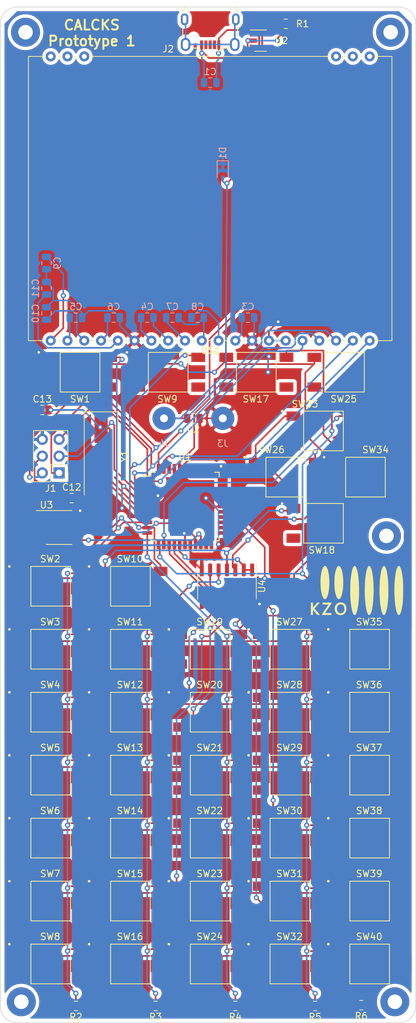
<source format=kicad_pcb>
(kicad_pcb (version 20171130) (host pcbnew "(5.1.5)-3")
  (title_block (title CALCKS) (date 2020-06-25) (rev v01) (comment 2 https://opensource.org/licenses/MIT) (comment 3 "License: MIT") (comment 4 "Author: Liam Braun"))
  (layers (0 F.Cu signal) (31 B.Cu signal) (34 B.Paste user) (35 F.Paste user) (36 B.SilkS user) (37 F.SilkS user) (38 B.Mask user) (39 F.Mask user) (44 Edge.Cuts user))
  (net 0 "")
  (net 1 "Net-(C1-Pad1)")
  (net 2 "Net-(C3-Pad2)")
  (net 3 "Net-(C4-Pad1)")
  (net 4 "Net-(C4-Pad2)")
  (net 5 "Net-(C5-Pad2)")
  (net 6 "Net-(C6-Pad2)")
  (net 7 "Net-(C7-Pad2)")
  (net 8 "Net-(C7-Pad1)")
  (net 9 "Net-(C8-Pad2)")
  (net 10 "Net-(C9-Pad2)")
  (net 11 "Net-(C10-Pad2)")
  (net 12 "Net-(C11-Pad2)")
  (net 13 VCC)
  (net 14 "Net-(DS1-Pad1)")
  (net 15 "Net-(DS1-Pad2)")
  (net 16 "Net-(DS1-Pad3)")
  (net 17 "Net-(DS1-Pad18)")
  (net 18 "Net-(DS1-Pad19)")
  (net 19 "Net-(DS1-Pad20)")
  (net 20 MISO)
  (net 21 SCK)
  (net 22 SCL)
  (net 23 RST)
  (net 24 MOSI)
  (net 25 RESET)
  (net 26 "Net-(J2-Pad2)")
  (net 27 "Net-(J2-Pad3)")
  (net 28 "Net-(J2-Pad4)")
  (net 29 "Net-(J2-Pad6)")
  (net 30 "Net-(R1-Pad2)")
  (net 31 BTN_ROW1)
  (net 32 BTN_ROW2)
  (net 33 BTN_ROW3)
  (net 34 BTN_ROW4)
  (net 35 "Net-(SW1-Pad4)")
  (net 36 "Net-(SW1-Pad3)")
  (net 37 "Net-(SW1-Pad1)")
  (net 38 "Net-(SW10-Pad1)")
  (net 39 "Net-(SW2-Pad3)")
  (net 40 "Net-(SW2-Pad4)")
  (net 41 "Net-(SW3-Pad4)")
  (net 42 "Net-(SW3-Pad3)")
  (net 43 "Net-(SW11-Pad1)")
  (net 44 "Net-(SW4-Pad4)")
  (net 45 "Net-(SW4-Pad3)")
  (net 46 "Net-(SW12-Pad1)")
  (net 47 "Net-(SW13-Pad1)")
  (net 48 "Net-(SW5-Pad3)")
  (net 49 "Net-(SW5-Pad4)")
  (net 50 "Net-(SW14-Pad1)")
  (net 51 "Net-(SW6-Pad3)")
  (net 52 "Net-(SW6-Pad4)")
  (net 53 "Net-(SW15-Pad1)")
  (net 54 "Net-(SW7-Pad3)")
  (net 55 "Net-(SW7-Pad4)")
  (net 56 "Net-(SW16-Pad1)")
  (net 57 "Net-(SW8-Pad3)")
  (net 58 "Net-(SW8-Pad4)")
  (net 59 "Net-(SW9-Pad4)")
  (net 60 "Net-(SW9-Pad3)")
  (net 61 "Net-(SW10-Pad4)")
  (net 62 "Net-(SW10-Pad3)")
  (net 63 "Net-(SW11-Pad4)")
  (net 64 "Net-(SW11-Pad3)")
  (net 65 "Net-(SW12-Pad3)")
  (net 66 "Net-(SW12-Pad4)")
  (net 67 "Net-(SW13-Pad4)")
  (net 68 "Net-(SW13-Pad3)")
  (net 69 "Net-(SW14-Pad3)")
  (net 70 "Net-(SW14-Pad4)")
  (net 71 "Net-(SW15-Pad4)")
  (net 72 "Net-(SW15-Pad3)")
  (net 73 "Net-(SW16-Pad4)")
  (net 74 "Net-(SW16-Pad3)")
  (net 75 "Net-(SW17-Pad3)")
  (net 76 "Net-(SW17-Pad4)")
  (net 77 "Net-(SW18-Pad3)")
  (net 78 "Net-(SW18-Pad4)")
  (net 79 "Net-(SW19-Pad3)")
  (net 80 "Net-(SW19-Pad4)")
  (net 81 "Net-(SW20-Pad4)")
  (net 82 "Net-(SW20-Pad3)")
  (net 83 "Net-(SW21-Pad3)")
  (net 84 "Net-(SW21-Pad4)")
  (net 85 "Net-(SW22-Pad4)")
  (net 86 "Net-(SW22-Pad3)")
  (net 87 "Net-(SW23-Pad4)")
  (net 88 "Net-(SW23-Pad3)")
  (net 89 "Net-(SW24-Pad3)")
  (net 90 "Net-(SW24-Pad4)")
  (net 91 "Net-(SW25-Pad3)")
  (net 92 "Net-(SW25-Pad4)")
  (net 93 "Net-(SW26-Pad4)")
  (net 94 "Net-(SW26-Pad3)")
  (net 95 "Net-(SW27-Pad4)")
  (net 96 "Net-(SW27-Pad3)")
  (net 97 "Net-(SW28-Pad3)")
  (net 98 "Net-(SW28-Pad4)")
  (net 99 "Net-(SW29-Pad4)")
  (net 100 "Net-(SW29-Pad3)")
  (net 101 "Net-(SW30-Pad3)")
  (net 102 "Net-(SW30-Pad4)")
  (net 103 "Net-(SW31-Pad3)")
  (net 104 "Net-(SW31-Pad4)")
  (net 105 "Net-(SW32-Pad4)")
  (net 106 "Net-(SW32-Pad3)")
  (net 107 "Net-(SW33-Pad3)")
  (net 108 "Net-(SW33-Pad4)")
  (net 109 "Net-(SW34-Pad4)")
  (net 110 "Net-(SW34-Pad3)")
  (net 111 BTN_ROW5)
  (net 112 "Net-(SW35-Pad3)")
  (net 113 "Net-(SW35-Pad4)")
  (net 114 "Net-(SW36-Pad4)")
  (net 115 "Net-(SW36-Pad3)")
  (net 116 "Net-(SW37-Pad3)")
  (net 117 "Net-(SW37-Pad4)")
  (net 118 "Net-(SW38-Pad4)")
  (net 119 "Net-(SW38-Pad3)")
  (net 120 "Net-(SW39-Pad4)")
  (net 121 "Net-(SW39-Pad3)")
  (net 122 "Net-(SW40-Pad3)")
  (net 123 "Net-(SW40-Pad4)")
  (net 124 CLK)
  (net 125 CLR)
  (net 126 BTN_AB)
  (net 127 "Net-(U1-Pad19)")
  (net 128 "Net-(U1-Pad20)")
  (net 129 "Net-(U1-Pad21)")
  (net 130 "Net-(U1-Pad22)")
  (net 131 "Net-(U1-Pad23)")
  (net 132 "Net-(U1-Pad24)")
  (net 133 "Net-(U1-Pad25)")
  (net 134 "Net-(U1-Pad26)")
  (net 135 "Net-(U1-Pad30)")
  (net 136 "Net-(U1-Pad31)")
  (net 137 "Net-(U1-Pad32)")
  (net 138 "Net-(U1-Pad33)")
  (net 139 "Net-(U1-Pad34)")
  (net 140 "Net-(U1-Pad35)")
  (net 141 "Net-(U1-Pad36)")
  (net 142 "Net-(U1-Pad37)")
  (net 143 BATT_STATUS)
  (net 144 "Net-(U1-Pad41)")
  (net 145 "Net-(U1-Pad42)")
  (net 146 -BATT)
  (net 147 +BATT)
  (net 148 "Net-(C1-Pad2)")
  (net 149 "Net-(C12-Pad1)")
  (net 150 "Net-(C13-Pad2)")
  (module MountingHole:MountingHole_2.2mm_M2_Pad (layer F.Cu) (at 126.365 176.53)
    (fp_text reference MH5 hide)
    (fp_text value MountingHole_2.2mm_M2_Pad)
    (pad 1 thru_hole circle (at 0 0) (size 4.4 4.4) (drill 2.2) (layers *.Cu *.Mask))
  )
  (module MountingHole:MountingHole_2.2mm_M2_Pad (layer F.Cu) (at 69.85 176.53)
    (fp_text reference MH4 hide)
    (fp_text value MountingHole_2.2mm_M2_Pad)
    (pad 1 thru_hole circle (at 0 0) (size 4.4 4.4) (drill 2.2) (layers *.Cu *.Mask))
  )
  (module MountingHole:MountingHole_2.2mm_M2_Pad (layer F.Cu) (at 125.095 106.045)
    (fp_text reference MH3 hide)
    (fp_text value MountingHole_2.2mm_M2_Pad)
    (pad 1 thru_hole circle (at 0 0) (size 4.4 4.4) (drill 2.2) (layers *.Cu *.Mask))
  )
  (module MountingHole:MountingHole_2.2mm_M2_Pad (layer F.Cu) (at 125.73 29.845)
    (fp_text reference MH1 hide)
    (fp_text value MountingHole_2.2mm_M2_Pad)
    (pad 1 thru_hole circle (at 0 0) (size 4.4 4.4) (drill 2.2) (layers *.Cu *.Mask))
  )
  (module MountingHole:MountingHole_2.2mm_M2_Pad (layer F.Cu) (at 70.485 29.845)
    (fp_text reference MH1 hide)
    (fp_text value MountingHole_2.2mm_M2_Pad)
    (pad 1 thru_hole circle (at 0 0) (size 4.4 4.4) (drill 2.2) (layers *.Cu *.Mask))
  )
  (module CALCKS:kzo_logo (layer F.Cu) (at 120.65 114.3)
    (fp_text reference G*** hide)
    (fp_text value LOGO hide)
  )
  (module Package_QFP:TQFP-44_10x10mm_P0.8mm (layer F.Cu) (at 94.615 101.6)
    (fp_text reference U1 (at 0 -7.45) (layer F.SilkS))
    (fp_text value ATmega1284-AU)
    (pad 44 smd rect (at -4 -5.7 90) (size 1.5 0.55) (layers F.Cu F.Paste F.Mask) (net 22 SCL))
    (pad 43 smd rect (at -3.2 -5.7 90) (size 1.5 0.55) (layers F.Cu F.Paste F.Mask) (net 23 RST))
    (pad 42 smd rect (at -2.4 -5.7 90) (size 1.5 0.55) (layers F.Cu F.Paste F.Mask) (net 145 "Net-(U1-Pad42)"))
    (pad 41 smd rect (at -1.6 -5.7 90) (size 1.5 0.55) (layers F.Cu F.Paste F.Mask) (net 144 "Net-(U1-Pad41)"))
    (pad 40 smd rect (at -0.8 -5.7 90) (size 1.5 0.55) (layers F.Cu F.Paste F.Mask) (net 143 BATT_STATUS))
    (pad 39 smd rect (at 0 -5.7 90) (size 1.5 0.55) (layers F.Cu F.Paste F.Mask) (net 146 -BATT))
    (pad 38 smd rect (at 0.8 -5.7 90) (size 1.5 0.55) (layers F.Cu F.Paste F.Mask) (net 13 VCC))
    (pad 37 smd rect (at 1.6 -5.7 90) (size 1.5 0.55) (layers F.Cu F.Paste F.Mask) (net 142 "Net-(U1-Pad37)"))
    (pad 36 smd rect (at 2.4 -5.7 90) (size 1.5 0.55) (layers F.Cu F.Paste F.Mask) (net 141 "Net-(U1-Pad36)"))
    (pad 35 smd rect (at 3.2 -5.7 90) (size 1.5 0.55) (layers F.Cu F.Paste F.Mask) (net 140 "Net-(U1-Pad35)"))
    (pad 34 smd rect (at 4 -5.7 90) (size 1.5 0.55) (layers F.Cu F.Paste F.Mask) (net 139 "Net-(U1-Pad34)"))
    (pad 33 smd rect (at 5.7 -4) (size 1.5 0.55) (layers F.Cu F.Paste F.Mask) (net 138 "Net-(U1-Pad33)"))
    (pad 32 smd rect (at 5.7 -3.2) (size 1.5 0.55) (layers F.Cu F.Paste F.Mask) (net 137 "Net-(U1-Pad32)"))
    (pad 31 smd rect (at 5.7 -2.4) (size 1.5 0.55) (layers F.Cu F.Paste F.Mask) (net 136 "Net-(U1-Pad31)"))
    (pad 30 smd rect (at 5.7 -1.6) (size 1.5 0.55) (layers F.Cu F.Paste F.Mask) (net 135 "Net-(U1-Pad30)"))
    (pad 29 smd rect (at 5.7 -0.8) (size 1.5 0.55) (layers F.Cu F.Paste F.Mask) (net 13 VCC))
    (pad 28 smd rect (at 5.7 0) (size 1.5 0.55) (layers F.Cu F.Paste F.Mask) (net 146 -BATT))
    (pad 27 smd rect (at 5.7 0.8) (size 1.5 0.55) (layers F.Cu F.Paste F.Mask) (net 13 VCC))
    (pad 26 smd rect (at 5.7 1.6) (size 1.5 0.55) (layers F.Cu F.Paste F.Mask) (net 134 "Net-(U1-Pad26)"))
    (pad 25 smd rect (at 5.7 2.4) (size 1.5 0.55) (layers F.Cu F.Paste F.Mask) (net 133 "Net-(U1-Pad25)"))
    (pad 24 smd rect (at 5.7 3.2) (size 1.5 0.55) (layers F.Cu F.Paste F.Mask) (net 132 "Net-(U1-Pad24)"))
    (pad 23 smd rect (at 5.7 4) (size 1.5 0.55) (layers F.Cu F.Paste F.Mask) (net 131 "Net-(U1-Pad23)"))
    (pad 22 smd rect (at 4 5.7 90) (size 1.5 0.55) (layers F.Cu F.Paste F.Mask) (net 130 "Net-(U1-Pad22)"))
    (pad 21 smd rect (at 3.2 5.7 90) (size 1.5 0.55) (layers F.Cu F.Paste F.Mask) (net 129 "Net-(U1-Pad21)"))
    (pad 20 smd rect (at 2.4 5.7 90) (size 1.5 0.55) (layers F.Cu F.Paste F.Mask) (net 128 "Net-(U1-Pad20)"))
    (pad 19 smd rect (at 1.6 5.7 90) (size 1.5 0.55) (layers F.Cu F.Paste F.Mask) (net 127 "Net-(U1-Pad19)"))
    (pad 18 smd rect (at 0.8 5.7 90) (size 1.5 0.55) (layers F.Cu F.Paste F.Mask) (net 146 -BATT))
    (pad 17 smd rect (at 0 5.7 90) (size 1.5 0.55) (layers F.Cu F.Paste F.Mask) (net 13 VCC))
    (pad 16 smd rect (at -0.8 5.7 90) (size 1.5 0.55) (layers F.Cu F.Paste F.Mask) (net 126 BTN_AB))
    (pad 15 smd rect (at -1.6 5.7 90) (size 1.5 0.55) (layers F.Cu F.Paste F.Mask) (net 125 CLR))
    (pad 14 smd rect (at -2.4 5.7 90) (size 1.5 0.55) (layers F.Cu F.Paste F.Mask) (net 124 CLK))
    (pad 13 smd rect (at -3.2 5.7 90) (size 1.5 0.55) (layers F.Cu F.Paste F.Mask) (net 111 BTN_ROW5))
    (pad 12 smd rect (at -4 5.7 90) (size 1.5 0.55) (layers F.Cu F.Paste F.Mask) (net 34 BTN_ROW4))
    (pad 11 smd rect (at -5.7 4) (size 1.5 0.55) (layers F.Cu F.Paste F.Mask) (net 33 BTN_ROW3))
    (pad 10 smd rect (at -5.7 3.2) (size 1.5 0.55) (layers F.Cu F.Paste F.Mask) (net 32 BTN_ROW2))
    (pad 9 smd rect (at -5.7 2.4) (size 1.5 0.55) (layers F.Cu F.Paste F.Mask) (net 31 BTN_ROW1))
    (pad 8 smd rect (at -5.7 1.6) (size 1.5 0.55) (layers F.Cu F.Paste F.Mask) (net 149 "Net-(C12-Pad1)"))
    (pad 7 smd rect (at -5.7 0.8) (size 1.5 0.55) (layers F.Cu F.Paste F.Mask) (net 150 "Net-(C13-Pad2)"))
    (pad 6 smd rect (at -5.7 0) (size 1.5 0.55) (layers F.Cu F.Paste F.Mask) (net 146 -BATT))
    (pad 5 smd rect (at -5.7 -0.8) (size 1.5 0.55) (layers F.Cu F.Paste F.Mask) (net 13 VCC))
    (pad 4 smd rect (at -5.7 -1.6) (size 1.5 0.55) (layers F.Cu F.Paste F.Mask) (net 25 RESET))
    (pad 3 smd rect (at -5.7 -2.4) (size 1.5 0.55) (layers F.Cu F.Paste F.Mask) (net 21 SCK))
    (pad 2 smd rect (at -5.7 -3.2) (size 1.5 0.55) (layers F.Cu F.Paste F.Mask) (net 20 MISO))
    (pad 1 smd rect (at -5.7 -4) (size 1.5 0.55) (layers F.Cu F.Paste F.Mask) (net 24 MOSI))
  )
  (module "Downloaded Footprints:SW_TL3301SPF260QG" (layer F.Cu) (at 86.36 113.665)
    (fp_text reference SW10 (at -0.075 -4.135) (layer F.SilkS))
    (fp_text value SW_Push_Dual)
    (pad 4 smd rect (at 4.55 2.25) (size 2.1 1.4) (layers F.Cu F.Paste F.Mask) (net 61 "Net-(SW10-Pad4)"))
    (pad 3 smd rect (at -4.55 2.25) (size 2.1 1.4) (layers F.Cu F.Paste F.Mask) (net 62 "Net-(SW10-Pad3)"))
    (pad 2 smd rect (at 4.55 -2.25) (size 2.1 1.4) (layers F.Cu F.Paste F.Mask) (net 32 BTN_ROW2))
    (pad 1 smd rect (at -4.55 -2.25) (size 2.1 1.4) (layers F.Cu F.Paste F.Mask) (net 38 "Net-(SW10-Pad1)"))
  )
  (module "Downloaded Footprints:SW_TL3301SPF260QG" (layer F.Cu) (at 74.295 132.715)
    (fp_text reference SW4 (at -0.075 -4.135) (layer F.SilkS))
    (fp_text value SW_Push_Dual)
    (pad 4 smd rect (at 4.55 2.25) (size 2.1 1.4) (layers F.Cu F.Paste F.Mask) (net 44 "Net-(SW4-Pad4)"))
    (pad 3 smd rect (at -4.55 2.25) (size 2.1 1.4) (layers F.Cu F.Paste F.Mask) (net 45 "Net-(SW4-Pad3)"))
    (pad 2 smd rect (at 4.55 -2.25) (size 2.1 1.4) (layers F.Cu F.Paste F.Mask) (net 31 BTN_ROW1))
    (pad 1 smd rect (at -4.55 -2.25) (size 2.1 1.4) (layers F.Cu F.Paste F.Mask) (net 46 "Net-(SW12-Pad1)"))
  )
  (module "Downloaded Footprints:SW_TL3301SPF260QG" (layer F.Cu) (at 86.36 151.765)
    (fp_text reference SW14 (at -0.075 -4.135) (layer F.SilkS))
    (fp_text value SW_Push_Dual)
    (pad 4 smd rect (at 4.55 2.25) (size 2.1 1.4) (layers F.Cu F.Paste F.Mask) (net 70 "Net-(SW14-Pad4)"))
    (pad 3 smd rect (at -4.55 2.25) (size 2.1 1.4) (layers F.Cu F.Paste F.Mask) (net 69 "Net-(SW14-Pad3)"))
    (pad 2 smd rect (at 4.55 -2.25) (size 2.1 1.4) (layers F.Cu F.Paste F.Mask) (net 32 BTN_ROW2))
    (pad 1 smd rect (at -4.55 -2.25) (size 2.1 1.4) (layers F.Cu F.Paste F.Mask) (net 50 "Net-(SW14-Pad1)"))
  )
  (module "Downloaded Footprints:SW_TL3301SPF260QG" (layer F.Cu) (at 86.36 170.815)
    (fp_text reference SW16 (at -0.075 -4.135) (layer F.SilkS))
    (fp_text value SW_Push_Dual)
    (pad 4 smd rect (at 4.55 2.25) (size 2.1 1.4) (layers F.Cu F.Paste F.Mask) (net 73 "Net-(SW16-Pad4)"))
    (pad 3 smd rect (at -4.55 2.25) (size 2.1 1.4) (layers F.Cu F.Paste F.Mask) (net 74 "Net-(SW16-Pad3)"))
    (pad 2 smd rect (at 4.55 -2.25) (size 2.1 1.4) (layers F.Cu F.Paste F.Mask) (net 32 BTN_ROW2))
    (pad 1 smd rect (at -4.55 -2.25) (size 2.1 1.4) (layers F.Cu F.Paste F.Mask) (net 56 "Net-(SW16-Pad1)"))
  )
  (module "Downloaded Footprints:SW_TL3301SPF260QG" (layer F.Cu) (at 78.74 81.28)
    (fp_text reference SW1 (at 0 4.064) (layer F.SilkS))
    (fp_text value SW_Push_Dual)
    (pad 4 smd rect (at 4.55 2.25) (size 2.1 1.4) (layers F.Cu F.Paste F.Mask) (net 35 "Net-(SW1-Pad4)"))
    (pad 3 smd rect (at -4.55 2.25) (size 2.1 1.4) (layers F.Cu F.Paste F.Mask) (net 36 "Net-(SW1-Pad3)"))
    (pad 2 smd rect (at 4.55 -2.25) (size 2.1 1.4) (layers F.Cu F.Paste F.Mask) (net 31 BTN_ROW1))
    (pad 1 smd rect (at -4.55 -2.25) (size 2.1 1.4) (layers F.Cu F.Paste F.Mask) (net 37 "Net-(SW1-Pad1)"))
  )
  (module "Downloaded Footprints:SW_TL3301SPF260QG" (layer F.Cu) (at 74.295 113.665)
    (fp_text reference SW2 (at -0.075 -4.135) (layer F.SilkS))
    (fp_text value SW_Push_Dual)
    (pad 4 smd rect (at 4.55 2.25) (size 2.1 1.4) (layers F.Cu F.Paste F.Mask) (net 40 "Net-(SW2-Pad4)"))
    (pad 3 smd rect (at -4.55 2.25) (size 2.1 1.4) (layers F.Cu F.Paste F.Mask) (net 39 "Net-(SW2-Pad3)"))
    (pad 2 smd rect (at 4.55 -2.25) (size 2.1 1.4) (layers F.Cu F.Paste F.Mask) (net 31 BTN_ROW1))
    (pad 1 smd rect (at -4.55 -2.25) (size 2.1 1.4) (layers F.Cu F.Paste F.Mask) (net 38 "Net-(SW10-Pad1)"))
  )
  (module "Downloaded Footprints:SW_TL3301SPF260QG" (layer F.Cu) (at 74.295 123.19)
    (fp_text reference SW3 (at -0.075 -4.135) (layer F.SilkS))
    (fp_text value SW_Push_Dual)
    (pad 4 smd rect (at 4.55 2.25) (size 2.1 1.4) (layers F.Cu F.Paste F.Mask) (net 41 "Net-(SW3-Pad4)"))
    (pad 3 smd rect (at -4.55 2.25) (size 2.1 1.4) (layers F.Cu F.Paste F.Mask) (net 42 "Net-(SW3-Pad3)"))
    (pad 2 smd rect (at 4.55 -2.25) (size 2.1 1.4) (layers F.Cu F.Paste F.Mask) (net 31 BTN_ROW1))
    (pad 1 smd rect (at -4.55 -2.25) (size 2.1 1.4) (layers F.Cu F.Paste F.Mask) (net 43 "Net-(SW11-Pad1)"))
  )
  (module "Downloaded Footprints:SW_TL3301SPF260QG" (layer F.Cu) (at 74.295 142.24)
    (fp_text reference SW5 (at -0.075 -4.135) (layer F.SilkS))
    (fp_text value SW_Push_Dual)
    (pad 4 smd rect (at 4.55 2.25) (size 2.1 1.4) (layers F.Cu F.Paste F.Mask) (net 49 "Net-(SW5-Pad4)"))
    (pad 3 smd rect (at -4.55 2.25) (size 2.1 1.4) (layers F.Cu F.Paste F.Mask) (net 48 "Net-(SW5-Pad3)"))
    (pad 2 smd rect (at 4.55 -2.25) (size 2.1 1.4) (layers F.Cu F.Paste F.Mask) (net 31 BTN_ROW1))
    (pad 1 smd rect (at -4.55 -2.25) (size 2.1 1.4) (layers F.Cu F.Paste F.Mask) (net 47 "Net-(SW13-Pad1)"))
  )
  (module "Downloaded Footprints:SW_TL3301SPF260QG" (layer F.Cu) (at 74.295 151.765)
    (fp_text reference SW6 (at -0.075 -4.135) (layer F.SilkS))
    (fp_text value SW_Push_Dual)
    (pad 4 smd rect (at 4.55 2.25) (size 2.1 1.4) (layers F.Cu F.Paste F.Mask) (net 52 "Net-(SW6-Pad4)"))
    (pad 3 smd rect (at -4.55 2.25) (size 2.1 1.4) (layers F.Cu F.Paste F.Mask) (net 51 "Net-(SW6-Pad3)"))
    (pad 2 smd rect (at 4.55 -2.25) (size 2.1 1.4) (layers F.Cu F.Paste F.Mask) (net 31 BTN_ROW1))
    (pad 1 smd rect (at -4.55 -2.25) (size 2.1 1.4) (layers F.Cu F.Paste F.Mask) (net 50 "Net-(SW14-Pad1)"))
  )
  (module "Downloaded Footprints:SW_TL3301SPF260QG" (layer F.Cu) (at 74.295 161.29)
    (fp_text reference SW7 (at -0.075 -4.135) (layer F.SilkS))
    (fp_text value SW_Push_Dual)
    (pad 4 smd rect (at 4.55 2.25) (size 2.1 1.4) (layers F.Cu F.Paste F.Mask) (net 55 "Net-(SW7-Pad4)"))
    (pad 3 smd rect (at -4.55 2.25) (size 2.1 1.4) (layers F.Cu F.Paste F.Mask) (net 54 "Net-(SW7-Pad3)"))
    (pad 2 smd rect (at 4.55 -2.25) (size 2.1 1.4) (layers F.Cu F.Paste F.Mask) (net 31 BTN_ROW1))
    (pad 1 smd rect (at -4.55 -2.25) (size 2.1 1.4) (layers F.Cu F.Paste F.Mask) (net 53 "Net-(SW15-Pad1)"))
  )
  (module "Downloaded Footprints:SW_TL3301SPF260QG" (layer F.Cu) (at 74.295 170.815)
    (fp_text reference SW8 (at -0.075 -4.135) (layer F.SilkS))
    (fp_text value SW_Push_Dual)
    (pad 4 smd rect (at 4.55 2.25) (size 2.1 1.4) (layers F.Cu F.Paste F.Mask) (net 58 "Net-(SW8-Pad4)"))
    (pad 3 smd rect (at -4.55 2.25) (size 2.1 1.4) (layers F.Cu F.Paste F.Mask) (net 57 "Net-(SW8-Pad3)"))
    (pad 2 smd rect (at 4.55 -2.25) (size 2.1 1.4) (layers F.Cu F.Paste F.Mask) (net 31 BTN_ROW1))
    (pad 1 smd rect (at -4.55 -2.25) (size 2.1 1.4) (layers F.Cu F.Paste F.Mask) (net 56 "Net-(SW16-Pad1)"))
  )
  (module "Downloaded Footprints:SW_TL3301SPF260QG" (layer F.Cu) (at 92.075 81.28)
    (fp_text reference SW9 (at -0.127 4.064) (layer F.SilkS))
    (fp_text value SW_Push_Dual)
    (pad 4 smd rect (at 4.55 2.25) (size 2.1 1.4) (layers F.Cu F.Paste F.Mask) (net 59 "Net-(SW9-Pad4)"))
    (pad 3 smd rect (at -4.55 2.25) (size 2.1 1.4) (layers F.Cu F.Paste F.Mask) (net 60 "Net-(SW9-Pad3)"))
    (pad 2 smd rect (at 4.55 -2.25) (size 2.1 1.4) (layers F.Cu F.Paste F.Mask) (net 32 BTN_ROW2))
    (pad 1 smd rect (at -4.55 -2.25) (size 2.1 1.4) (layers F.Cu F.Paste F.Mask) (net 37 "Net-(SW1-Pad1)"))
  )
  (module "Downloaded Footprints:SW_TL3301SPF260QG" (layer F.Cu) (at 86.36 123.19)
    (fp_text reference SW11 (at -0.075 -4.135) (layer F.SilkS))
    (fp_text value SW_Push_Dual)
    (pad 4 smd rect (at 4.55 2.25) (size 2.1 1.4) (layers F.Cu F.Paste F.Mask) (net 63 "Net-(SW11-Pad4)"))
    (pad 3 smd rect (at -4.55 2.25) (size 2.1 1.4) (layers F.Cu F.Paste F.Mask) (net 64 "Net-(SW11-Pad3)"))
    (pad 2 smd rect (at 4.55 -2.25) (size 2.1 1.4) (layers F.Cu F.Paste F.Mask) (net 32 BTN_ROW2))
    (pad 1 smd rect (at -4.55 -2.25) (size 2.1 1.4) (layers F.Cu F.Paste F.Mask) (net 43 "Net-(SW11-Pad1)"))
  )
  (module "Downloaded Footprints:SW_TL3301SPF260QG" (layer F.Cu) (at 86.36 132.715)
    (fp_text reference SW12 (at -0.075 -4.135) (layer F.SilkS))
    (fp_text value SW_Push_Dual)
    (pad 4 smd rect (at 4.55 2.25) (size 2.1 1.4) (layers F.Cu F.Paste F.Mask) (net 66 "Net-(SW12-Pad4)"))
    (pad 3 smd rect (at -4.55 2.25) (size 2.1 1.4) (layers F.Cu F.Paste F.Mask) (net 65 "Net-(SW12-Pad3)"))
    (pad 2 smd rect (at 4.55 -2.25) (size 2.1 1.4) (layers F.Cu F.Paste F.Mask) (net 32 BTN_ROW2))
    (pad 1 smd rect (at -4.55 -2.25) (size 2.1 1.4) (layers F.Cu F.Paste F.Mask) (net 46 "Net-(SW12-Pad1)"))
  )
  (module "Downloaded Footprints:SW_TL3301SPF260QG" (layer F.Cu) (at 86.36 142.24)
    (fp_text reference SW13 (at -0.075 -4.135) (layer F.SilkS))
    (fp_text value SW_Push_Dual)
    (pad 4 smd rect (at 4.55 2.25) (size 2.1 1.4) (layers F.Cu F.Paste F.Mask) (net 67 "Net-(SW13-Pad4)"))
    (pad 3 smd rect (at -4.55 2.25) (size 2.1 1.4) (layers F.Cu F.Paste F.Mask) (net 68 "Net-(SW13-Pad3)"))
    (pad 2 smd rect (at 4.55 -2.25) (size 2.1 1.4) (layers F.Cu F.Paste F.Mask) (net 32 BTN_ROW2))
    (pad 1 smd rect (at -4.55 -2.25) (size 2.1 1.4) (layers F.Cu F.Paste F.Mask) (net 47 "Net-(SW13-Pad1)"))
  )
  (module "Downloaded Footprints:SW_TL3301SPF260QG" (layer F.Cu) (at 86.36 161.29)
    (fp_text reference SW15 (at -0.075 -4.135) (layer F.SilkS))
    (fp_text value SW_Push_Dual)
    (pad 4 smd rect (at 4.55 2.25) (size 2.1 1.4) (layers F.Cu F.Paste F.Mask) (net 71 "Net-(SW15-Pad4)"))
    (pad 3 smd rect (at -4.55 2.25) (size 2.1 1.4) (layers F.Cu F.Paste F.Mask) (net 72 "Net-(SW15-Pad3)"))
    (pad 2 smd rect (at 4.55 -2.25) (size 2.1 1.4) (layers F.Cu F.Paste F.Mask) (net 32 BTN_ROW2))
    (pad 1 smd rect (at -4.55 -2.25) (size 2.1 1.4) (layers F.Cu F.Paste F.Mask) (net 53 "Net-(SW15-Pad1)"))
  )
  (module "Downloaded Footprints:SW_TL3301SPF260QG" (layer F.Cu) (at 105.41 81.28)
    (fp_text reference SW17 (at -0.075 4.064) (layer F.SilkS))
    (fp_text value SW_Push_Dual)
    (pad 4 smd rect (at 4.55 2.25) (size 2.1 1.4) (layers F.Cu F.Paste F.Mask) (net 76 "Net-(SW17-Pad4)"))
    (pad 3 smd rect (at -4.55 2.25) (size 2.1 1.4) (layers F.Cu F.Paste F.Mask) (net 75 "Net-(SW17-Pad3)"))
    (pad 2 smd rect (at 4.55 -2.25) (size 2.1 1.4) (layers F.Cu F.Paste F.Mask) (net 33 BTN_ROW3))
    (pad 1 smd rect (at -4.55 -2.25) (size 2.1 1.4) (layers F.Cu F.Paste F.Mask) (net 37 "Net-(SW1-Pad1)"))
  )
  (module "Downloaded Footprints:SW_TL3301SPF260QG" (layer F.Cu) (at 115.57 104.14)
    (fp_text reference SW18 (at -0.254 4.064) (layer F.SilkS))
    (fp_text value SW_Push_Dual)
    (pad 4 smd rect (at 4.55 2.25) (size 2.1 1.4) (layers F.Cu F.Paste F.Mask) (net 78 "Net-(SW18-Pad4)"))
    (pad 3 smd rect (at -4.55 2.25) (size 2.1 1.4) (layers F.Cu F.Paste F.Mask) (net 77 "Net-(SW18-Pad3)"))
    (pad 2 smd rect (at 4.55 -2.25) (size 2.1 1.4) (layers F.Cu F.Paste F.Mask) (net 33 BTN_ROW3))
    (pad 1 smd rect (at -4.55 -2.25) (size 2.1 1.4) (layers F.Cu F.Paste F.Mask) (net 38 "Net-(SW10-Pad1)"))
  )
  (module "Downloaded Footprints:SW_TL3301SPF260QG" (layer F.Cu) (at 98.425 123.19)
    (fp_text reference SW19 (at -0.075 -4.135) (layer F.SilkS))
    (fp_text value SW_Push_Dual)
    (pad 4 smd rect (at 4.55 2.25) (size 2.1 1.4) (layers F.Cu F.Paste F.Mask) (net 80 "Net-(SW19-Pad4)"))
    (pad 3 smd rect (at -4.55 2.25) (size 2.1 1.4) (layers F.Cu F.Paste F.Mask) (net 79 "Net-(SW19-Pad3)"))
    (pad 2 smd rect (at 4.55 -2.25) (size 2.1 1.4) (layers F.Cu F.Paste F.Mask) (net 33 BTN_ROW3))
    (pad 1 smd rect (at -4.55 -2.25) (size 2.1 1.4) (layers F.Cu F.Paste F.Mask) (net 43 "Net-(SW11-Pad1)"))
  )
  (module "Downloaded Footprints:SW_TL3301SPF260QG" (layer F.Cu) (at 98.425 132.715)
    (fp_text reference SW20 (at -0.075 -4.135) (layer F.SilkS))
    (fp_text value SW_Push_Dual)
    (pad 4 smd rect (at 4.55 2.25) (size 2.1 1.4) (layers F.Cu F.Paste F.Mask) (net 81 "Net-(SW20-Pad4)"))
    (pad 3 smd rect (at -4.55 2.25) (size 2.1 1.4) (layers F.Cu F.Paste F.Mask) (net 82 "Net-(SW20-Pad3)"))
    (pad 2 smd rect (at 4.55 -2.25) (size 2.1 1.4) (layers F.Cu F.Paste F.Mask) (net 33 BTN_ROW3))
    (pad 1 smd rect (at -4.55 -2.25) (size 2.1 1.4) (layers F.Cu F.Paste F.Mask) (net 46 "Net-(SW12-Pad1)"))
  )
  (module "Downloaded Footprints:SW_TL3301SPF260QG" (layer F.Cu) (at 98.425 142.24)
    (fp_text reference SW21 (at -0.075 -4.135) (layer F.SilkS))
    (fp_text value SW_Push_Dual)
    (pad 4 smd rect (at 4.55 2.25) (size 2.1 1.4) (layers F.Cu F.Paste F.Mask) (net 84 "Net-(SW21-Pad4)"))
    (pad 3 smd rect (at -4.55 2.25) (size 2.1 1.4) (layers F.Cu F.Paste F.Mask) (net 83 "Net-(SW21-Pad3)"))
    (pad 2 smd rect (at 4.55 -2.25) (size 2.1 1.4) (layers F.Cu F.Paste F.Mask) (net 33 BTN_ROW3))
    (pad 1 smd rect (at -4.55 -2.25) (size 2.1 1.4) (layers F.Cu F.Paste F.Mask) (net 47 "Net-(SW13-Pad1)"))
  )
  (module "Downloaded Footprints:SW_TL3301SPF260QG" (layer F.Cu) (at 98.425 151.765)
    (fp_text reference SW22 (at -0.075 -4.135) (layer F.SilkS))
    (fp_text value SW_Push_Dual)
    (pad 4 smd rect (at 4.55 2.25) (size 2.1 1.4) (layers F.Cu F.Paste F.Mask) (net 85 "Net-(SW22-Pad4)"))
    (pad 3 smd rect (at -4.55 2.25) (size 2.1 1.4) (layers F.Cu F.Paste F.Mask) (net 86 "Net-(SW22-Pad3)"))
    (pad 2 smd rect (at 4.55 -2.25) (size 2.1 1.4) (layers F.Cu F.Paste F.Mask) (net 33 BTN_ROW3))
    (pad 1 smd rect (at -4.55 -2.25) (size 2.1 1.4) (layers F.Cu F.Paste F.Mask) (net 50 "Net-(SW14-Pad1)"))
  )
  (module "Downloaded Footprints:SW_TL3301SPF260QG" (layer F.Cu) (at 98.425 161.29)
    (fp_text reference SW23 (at -0.075 -4.135) (layer F.SilkS))
    (fp_text value SW_Push_Dual)
    (pad 4 smd rect (at 4.55 2.25) (size 2.1 1.4) (layers F.Cu F.Paste F.Mask) (net 87 "Net-(SW23-Pad4)"))
    (pad 3 smd rect (at -4.55 2.25) (size 2.1 1.4) (layers F.Cu F.Paste F.Mask) (net 88 "Net-(SW23-Pad3)"))
    (pad 2 smd rect (at 4.55 -2.25) (size 2.1 1.4) (layers F.Cu F.Paste F.Mask) (net 33 BTN_ROW3))
    (pad 1 smd rect (at -4.55 -2.25) (size 2.1 1.4) (layers F.Cu F.Paste F.Mask) (net 53 "Net-(SW15-Pad1)"))
  )
  (module "Downloaded Footprints:SW_TL3301SPF260QG" (layer F.Cu) (at 98.425 170.815)
    (fp_text reference SW24 (at -0.075 -4.135) (layer F.SilkS))
    (fp_text value SW_Push_Dual)
    (pad 4 smd rect (at 4.55 2.25) (size 2.1 1.4) (layers F.Cu F.Paste F.Mask) (net 90 "Net-(SW24-Pad4)"))
    (pad 3 smd rect (at -4.55 2.25) (size 2.1 1.4) (layers F.Cu F.Paste F.Mask) (net 89 "Net-(SW24-Pad3)"))
    (pad 2 smd rect (at 4.55 -2.25) (size 2.1 1.4) (layers F.Cu F.Paste F.Mask) (net 33 BTN_ROW3))
    (pad 1 smd rect (at -4.55 -2.25) (size 2.1 1.4) (layers F.Cu F.Paste F.Mask) (net 56 "Net-(SW16-Pad1)"))
  )
  (module "Downloaded Footprints:SW_TL3301SPF260QG" (layer F.Cu) (at 118.745 81.28)
    (fp_text reference SW25 (at -0.127 4.064) (layer F.SilkS))
    (fp_text value SW_Push_Dual)
    (pad 4 smd rect (at 4.55 2.25) (size 2.1 1.4) (layers F.Cu F.Paste F.Mask) (net 92 "Net-(SW25-Pad4)"))
    (pad 3 smd rect (at -4.55 2.25) (size 2.1 1.4) (layers F.Cu F.Paste F.Mask) (net 91 "Net-(SW25-Pad3)"))
    (pad 2 smd rect (at 4.55 -2.25) (size 2.1 1.4) (layers F.Cu F.Paste F.Mask) (net 34 BTN_ROW4))
    (pad 1 smd rect (at -4.55 -2.25) (size 2.1 1.4) (layers F.Cu F.Paste F.Mask) (net 37 "Net-(SW1-Pad1)"))
  )
  (module "Downloaded Footprints:SW_TL3301SPF260QG" (layer F.Cu) (at 109.855 97.155)
    (fp_text reference SW26 (at -2.159 -4.135) (layer F.SilkS))
    (fp_text value SW_Push_Dual)
    (pad 4 smd rect (at 4.55 2.25) (size 2.1 1.4) (layers F.Cu F.Paste F.Mask) (net 93 "Net-(SW26-Pad4)"))
    (pad 3 smd rect (at -4.55 2.25) (size 2.1 1.4) (layers F.Cu F.Paste F.Mask) (net 94 "Net-(SW26-Pad3)"))
    (pad 2 smd rect (at 4.55 -2.25) (size 2.1 1.4) (layers F.Cu F.Paste F.Mask) (net 34 BTN_ROW4))
    (pad 1 smd rect (at -4.55 -2.25) (size 2.1 1.4) (layers F.Cu F.Paste F.Mask) (net 38 "Net-(SW10-Pad1)"))
  )
  (module "Downloaded Footprints:SW_TL3301SPF260QG" (layer F.Cu) (at 110.49 123.19)
    (fp_text reference SW27 (at -0.075 -4.135) (layer F.SilkS))
    (fp_text value SW_Push_Dual)
    (pad 4 smd rect (at 4.55 2.25) (size 2.1 1.4) (layers F.Cu F.Paste F.Mask) (net 95 "Net-(SW27-Pad4)"))
    (pad 3 smd rect (at -4.55 2.25) (size 2.1 1.4) (layers F.Cu F.Paste F.Mask) (net 96 "Net-(SW27-Pad3)"))
    (pad 2 smd rect (at 4.55 -2.25) (size 2.1 1.4) (layers F.Cu F.Paste F.Mask) (net 34 BTN_ROW4))
    (pad 1 smd rect (at -4.55 -2.25) (size 2.1 1.4) (layers F.Cu F.Paste F.Mask) (net 43 "Net-(SW11-Pad1)"))
  )
  (module "Downloaded Footprints:SW_TL3301SPF260QG" (layer F.Cu) (at 110.49 132.715)
    (fp_text reference SW28 (at -0.075 -4.135) (layer F.SilkS))
    (fp_text value SW_Push_Dual)
    (pad 4 smd rect (at 4.55 2.25) (size 2.1 1.4) (layers F.Cu F.Paste F.Mask) (net 98 "Net-(SW28-Pad4)"))
    (pad 3 smd rect (at -4.55 2.25) (size 2.1 1.4) (layers F.Cu F.Paste F.Mask) (net 97 "Net-(SW28-Pad3)"))
    (pad 2 smd rect (at 4.55 -2.25) (size 2.1 1.4) (layers F.Cu F.Paste F.Mask) (net 34 BTN_ROW4))
    (pad 1 smd rect (at -4.55 -2.25) (size 2.1 1.4) (layers F.Cu F.Paste F.Mask) (net 46 "Net-(SW12-Pad1)"))
  )
  (module "Downloaded Footprints:SW_TL3301SPF260QG" (layer F.Cu) (at 110.49 142.24)
    (fp_text reference SW29 (at -0.075 -4.135) (layer F.SilkS))
    (fp_text value SW_Push_Dual)
    (pad 4 smd rect (at 4.55 2.25) (size 2.1 1.4) (layers F.Cu F.Paste F.Mask) (net 99 "Net-(SW29-Pad4)"))
    (pad 3 smd rect (at -4.55 2.25) (size 2.1 1.4) (layers F.Cu F.Paste F.Mask) (net 100 "Net-(SW29-Pad3)"))
    (pad 2 smd rect (at 4.55 -2.25) (size 2.1 1.4) (layers F.Cu F.Paste F.Mask) (net 34 BTN_ROW4))
    (pad 1 smd rect (at -4.55 -2.25) (size 2.1 1.4) (layers F.Cu F.Paste F.Mask) (net 47 "Net-(SW13-Pad1)"))
  )
  (module "Downloaded Footprints:SW_TL3301SPF260QG" (layer F.Cu) (at 110.49 151.765)
    (fp_text reference SW30 (at -0.075 -4.135) (layer F.SilkS))
    (fp_text value SW_Push_Dual)
    (pad 4 smd rect (at 4.55 2.25) (size 2.1 1.4) (layers F.Cu F.Paste F.Mask) (net 102 "Net-(SW30-Pad4)"))
    (pad 3 smd rect (at -4.55 2.25) (size 2.1 1.4) (layers F.Cu F.Paste F.Mask) (net 101 "Net-(SW30-Pad3)"))
    (pad 2 smd rect (at 4.55 -2.25) (size 2.1 1.4) (layers F.Cu F.Paste F.Mask) (net 34 BTN_ROW4))
    (pad 1 smd rect (at -4.55 -2.25) (size 2.1 1.4) (layers F.Cu F.Paste F.Mask) (net 50 "Net-(SW14-Pad1)"))
  )
  (module "Downloaded Footprints:SW_TL3301SPF260QG" (layer F.Cu) (at 110.49 161.29)
    (fp_text reference SW31 (at -0.075 -4.135) (layer F.SilkS))
    (fp_text value SW_Push_Dual)
    (pad 4 smd rect (at 4.55 2.25) (size 2.1 1.4) (layers F.Cu F.Paste F.Mask) (net 104 "Net-(SW31-Pad4)"))
    (pad 3 smd rect (at -4.55 2.25) (size 2.1 1.4) (layers F.Cu F.Paste F.Mask) (net 103 "Net-(SW31-Pad3)"))
    (pad 2 smd rect (at 4.55 -2.25) (size 2.1 1.4) (layers F.Cu F.Paste F.Mask) (net 34 BTN_ROW4))
    (pad 1 smd rect (at -4.55 -2.25) (size 2.1 1.4) (layers F.Cu F.Paste F.Mask) (net 53 "Net-(SW15-Pad1)"))
  )
  (module "Downloaded Footprints:SW_TL3301SPF260QG" (layer F.Cu) (at 110.49 170.815)
    (fp_text reference SW32 (at -0.075 -4.135) (layer F.SilkS))
    (fp_text value SW_Push_Dual)
    (pad 4 smd rect (at 4.55 2.25) (size 2.1 1.4) (layers F.Cu F.Paste F.Mask) (net 105 "Net-(SW32-Pad4)"))
    (pad 3 smd rect (at -4.55 2.25) (size 2.1 1.4) (layers F.Cu F.Paste F.Mask) (net 106 "Net-(SW32-Pad3)"))
    (pad 2 smd rect (at 4.55 -2.25) (size 2.1 1.4) (layers F.Cu F.Paste F.Mask) (net 34 BTN_ROW4))
    (pad 1 smd rect (at -4.55 -2.25) (size 2.1 1.4) (layers F.Cu F.Paste F.Mask) (net 56 "Net-(SW16-Pad1)"))
  )
  (module "Downloaded Footprints:SW_TL3301SPF260QG" (layer F.Cu) (at 115.57 90.17)
    (fp_text reference SW33 (at -2.794 -4.064) (layer F.SilkS))
    (fp_text value SW_Push_Dual)
    (pad 4 smd rect (at 4.55 2.25) (size 2.1 1.4) (layers F.Cu F.Paste F.Mask) (net 108 "Net-(SW33-Pad4)"))
    (pad 3 smd rect (at -4.55 2.25) (size 2.1 1.4) (layers F.Cu F.Paste F.Mask) (net 107 "Net-(SW33-Pad3)"))
    (pad 2 smd rect (at 4.55 -2.25) (size 2.1 1.4) (layers F.Cu F.Paste F.Mask) (net 111 BTN_ROW5))
    (pad 1 smd rect (at -4.55 -2.25) (size 2.1 1.4) (layers F.Cu F.Paste F.Mask) (net 38 "Net-(SW10-Pad1)"))
  )
  (module "Downloaded Footprints:SW_TL3301SPF260QG" (layer F.Cu) (at 121.92 97.155)
    (fp_text reference SW34 (at 1.524 -4.135) (layer F.SilkS))
    (fp_text value SW_Push_Dual)
    (pad 4 smd rect (at 4.55 2.25) (size 2.1 1.4) (layers F.Cu F.Paste F.Mask) (net 109 "Net-(SW34-Pad4)"))
    (pad 3 smd rect (at -4.55 2.25) (size 2.1 1.4) (layers F.Cu F.Paste F.Mask) (net 110 "Net-(SW34-Pad3)"))
    (pad 2 smd rect (at 4.55 -2.25) (size 2.1 1.4) (layers F.Cu F.Paste F.Mask) (net 111 BTN_ROW5))
    (pad 1 smd rect (at -4.55 -2.25) (size 2.1 1.4) (layers F.Cu F.Paste F.Mask) (net 37 "Net-(SW1-Pad1)"))
  )
  (module "Downloaded Footprints:SW_TL3301SPF260QG" (layer F.Cu) (at 122.555 123.19)
    (fp_text reference SW35 (at -0.075 -4.135) (layer F.SilkS))
    (fp_text value SW_Push_Dual)
    (pad 4 smd rect (at 4.55 2.25) (size 2.1 1.4) (layers F.Cu F.Paste F.Mask) (net 113 "Net-(SW35-Pad4)"))
    (pad 3 smd rect (at -4.55 2.25) (size 2.1 1.4) (layers F.Cu F.Paste F.Mask) (net 112 "Net-(SW35-Pad3)"))
    (pad 2 smd rect (at 4.55 -2.25) (size 2.1 1.4) (layers F.Cu F.Paste F.Mask) (net 111 BTN_ROW5))
    (pad 1 smd rect (at -4.55 -2.25) (size 2.1 1.4) (layers F.Cu F.Paste F.Mask) (net 43 "Net-(SW11-Pad1)"))
  )
  (module "Downloaded Footprints:SW_TL3301SPF260QG" (layer F.Cu) (at 122.555 132.715)
    (fp_text reference SW36 (at -0.075 -4.135) (layer F.SilkS))
    (fp_text value SW_Push_Dual)
    (pad 4 smd rect (at 4.55 2.25) (size 2.1 1.4) (layers F.Cu F.Paste F.Mask) (net 114 "Net-(SW36-Pad4)"))
    (pad 3 smd rect (at -4.55 2.25) (size 2.1 1.4) (layers F.Cu F.Paste F.Mask) (net 115 "Net-(SW36-Pad3)"))
    (pad 2 smd rect (at 4.55 -2.25) (size 2.1 1.4) (layers F.Cu F.Paste F.Mask) (net 111 BTN_ROW5))
    (pad 1 smd rect (at -4.55 -2.25) (size 2.1 1.4) (layers F.Cu F.Paste F.Mask) (net 46 "Net-(SW12-Pad1)"))
  )
  (module "Downloaded Footprints:SW_TL3301SPF260QG" (layer F.Cu) (at 122.555 142.24)
    (fp_text reference SW37 (at -0.075 -4.135) (layer F.SilkS))
    (fp_text value SW_Push_Dual)
    (pad 4 smd rect (at 4.55 2.25) (size 2.1 1.4) (layers F.Cu F.Paste F.Mask) (net 117 "Net-(SW37-Pad4)"))
    (pad 3 smd rect (at -4.55 2.25) (size 2.1 1.4) (layers F.Cu F.Paste F.Mask) (net 116 "Net-(SW37-Pad3)"))
    (pad 2 smd rect (at 4.55 -2.25) (size 2.1 1.4) (layers F.Cu F.Paste F.Mask) (net 111 BTN_ROW5))
    (pad 1 smd rect (at -4.55 -2.25) (size 2.1 1.4) (layers F.Cu F.Paste F.Mask) (net 47 "Net-(SW13-Pad1)"))
  )
  (module "Downloaded Footprints:SW_TL3301SPF260QG" (layer F.Cu) (at 122.555 151.765)
    (fp_text reference SW38 (at -0.075 -4.135) (layer F.SilkS))
    (fp_text value SW_Push_Dual)
    (pad 4 smd rect (at 4.55 2.25) (size 2.1 1.4) (layers F.Cu F.Paste F.Mask) (net 118 "Net-(SW38-Pad4)"))
    (pad 3 smd rect (at -4.55 2.25) (size 2.1 1.4) (layers F.Cu F.Paste F.Mask) (net 119 "Net-(SW38-Pad3)"))
    (pad 2 smd rect (at 4.55 -2.25) (size 2.1 1.4) (layers F.Cu F.Paste F.Mask) (net 111 BTN_ROW5))
    (pad 1 smd rect (at -4.55 -2.25) (size 2.1 1.4) (layers F.Cu F.Paste F.Mask) (net 50 "Net-(SW14-Pad1)"))
  )
  (module "Downloaded Footprints:SW_TL3301SPF260QG" (layer F.Cu) (at 122.555 161.29)
    (fp_text reference SW39 (at -0.075 -4.135) (layer F.SilkS))
    (fp_text value SW_Push_Dual)
    (pad 4 smd rect (at 4.55 2.25) (size 2.1 1.4) (layers F.Cu F.Paste F.Mask) (net 120 "Net-(SW39-Pad4)"))
    (pad 3 smd rect (at -4.55 2.25) (size 2.1 1.4) (layers F.Cu F.Paste F.Mask) (net 121 "Net-(SW39-Pad3)"))
    (pad 2 smd rect (at 4.55 -2.25) (size 2.1 1.4) (layers F.Cu F.Paste F.Mask) (net 111 BTN_ROW5))
    (pad 1 smd rect (at -4.55 -2.25) (size 2.1 1.4) (layers F.Cu F.Paste F.Mask) (net 53 "Net-(SW15-Pad1)"))
  )
  (module "Downloaded Footprints:SW_TL3301SPF260QG" (layer F.Cu) (at 122.555 170.815)
    (fp_text reference SW40 (at -0.075 -4.135) (layer F.SilkS))
    (fp_text value SW_Push_Dual)
    (pad 4 smd rect (at 4.55 2.25) (size 2.1 1.4) (layers F.Cu F.Paste F.Mask) (net 123 "Net-(SW40-Pad4)"))
    (pad 3 smd rect (at -4.55 2.25) (size 2.1 1.4) (layers F.Cu F.Paste F.Mask) (net 122 "Net-(SW40-Pad3)"))
    (pad 2 smd rect (at 4.55 -2.25) (size 2.1 1.4) (layers F.Cu F.Paste F.Mask) (net 111 BTN_ROW5))
    (pad 1 smd rect (at -4.55 -2.25) (size 2.1 1.4) (layers F.Cu F.Paste F.Mask) (net 56 "Net-(SW16-Pad1)"))
  )
  (module CALCKS:LCD_DOGM128-6 (layer F.Cu) (at 98.425 52.705 180)
    (fp_text reference DS1 (at -0.127 -25.273) (layer F.SilkS))
    (fp_text value DOGM128-6)
    (pad 40 thru_hole circle (at -24.13 -23.8 180) (size 1.524 1.524) (drill 0.762) (layers *.Cu *.Mask) (net 24 MOSI))
    (pad 39 thru_hole circle (at -21.59 -23.8 180) (size 1.524 1.524) (drill 0.762) (layers *.Cu *.Mask) (net 23 RST))
    (pad 37 thru_hole circle (at -16.51 -23.8 180) (size 1.524 1.524) (drill 0.762) (layers *.Cu *.Mask) (net 22 SCL))
    (pad 38 thru_hole circle (at -19.05 -23.8 180) (size 1.524 1.524) (drill 0.762) (layers *.Cu *.Mask) (net 21 SCK))
    (pad 36 thru_hole circle (at -13.97 -23.8 180) (size 1.524 1.524) (drill 0.762) (layers *.Cu *.Mask) (net 20 MISO))
    (pad 35 thru_hole circle (at -11.43 -23.8 180) (size 1.524 1.524) (drill 0.762) (layers *.Cu *.Mask) (net 13 VCC))
    (pad 34 thru_hole circle (at -8.89 -23.8 180) (size 1.524 1.524) (drill 0.762) (layers *.Cu *.Mask) (net 13 VCC))
    (pad 33 thru_hole circle (at -6.35 -23.8 180) (size 1.524 1.524) (drill 0.762) (layers *.Cu *.Mask) (net 146 -BATT))
    (pad 32 thru_hole circle (at -3.81 -23.8 180) (size 1.524 1.524) (drill 0.762) (layers *.Cu *.Mask) (net 2 "Net-(C3-Pad2)"))
    (pad 31 thru_hole circle (at -1.27 -23.8 180) (size 1.524 1.524) (drill 0.762) (layers *.Cu *.Mask) (net 9 "Net-(C8-Pad2)"))
    (pad 30 thru_hole circle (at 1.27 -23.8 180) (size 1.524 1.524) (drill 0.762) (layers *.Cu *.Mask) (net 8 "Net-(C7-Pad1)"))
    (pad 29 thru_hole circle (at 3.81 -23.8 180) (size 1.524 1.524) (drill 0.762) (layers *.Cu *.Mask) (net 7 "Net-(C7-Pad2)"))
    (pad 28 thru_hole circle (at 6.35 -23.8 180) (size 1.524 1.524) (drill 0.762) (layers *.Cu *.Mask) (net 3 "Net-(C4-Pad1)"))
    (pad 27 thru_hole circle (at 8.89 -23.8 180) (size 1.524 1.524) (drill 0.762) (layers *.Cu *.Mask) (net 4 "Net-(C4-Pad2)"))
    (pad 26 thru_hole circle (at 11.43 -23.8 180) (size 1.524 1.524) (drill 0.762) (layers *.Cu *.Mask) (net 146 -BATT))
    (pad 25 thru_hole circle (at 13.97 -23.8 180) (size 1.524 1.524) (drill 0.762) (layers *.Cu *.Mask) (net 12 "Net-(C11-Pad2)"))
    (pad 24 thru_hole circle (at 16.51 -23.8 180) (size 1.524 1.524) (drill 0.762) (layers *.Cu *.Mask) (net 6 "Net-(C6-Pad2)"))
    (pad 23 thru_hole circle (at 19.05 -23.8 180) (size 1.524 1.524) (drill 0.762) (layers *.Cu *.Mask) (net 11 "Net-(C10-Pad2)"))
    (pad 22 thru_hole circle (at 21.59 -23.8 180) (size 1.524 1.524) (drill 0.762) (layers *.Cu *.Mask) (net 5 "Net-(C5-Pad2)"))
    (pad 21 thru_hole circle (at 24.13 -23.8 180) (size 1.524 1.524) (drill 0.762) (layers *.Cu *.Mask) (net 10 "Net-(C9-Pad2)"))
    (pad 20 thru_hole circle (at 24.13 19.2 180) (size 1.524 1.524) (drill 0.762) (layers *.Cu *.Mask) (net 19 "Net-(DS1-Pad20)"))
    (pad 19 thru_hole circle (at 21.59 19.2 180) (size 1.524 1.524) (drill 0.762) (layers *.Cu *.Mask) (net 18 "Net-(DS1-Pad19)"))
    (pad 18 thru_hole circle (at 19.05 19.2 180) (size 1.524 1.524) (drill 0.762) (layers *.Cu *.Mask) (net 17 "Net-(DS1-Pad18)"))
    (pad 3 thru_hole circle (at -19.05 19.2 180) (size 1.524 1.524) (drill 0.762) (layers *.Cu *.Mask) (net 16 "Net-(DS1-Pad3)"))
    (pad 2 thru_hole circle (at -21.59 19.2 180) (size 1.524 1.524) (drill 0.762) (layers *.Cu *.Mask) (net 15 "Net-(DS1-Pad2)"))
    (pad 1 thru_hole circle (at -24.13 19.2 180) (size 1.524 1.524) (drill 0.762) (layers *.Cu *.Mask) (net 14 "Net-(DS1-Pad1)"))
  )
  (module Package_SO:SOIC-14_3.9x8.7mm_P1.27mm (layer F.Cu) (at 100.965 113.665 270)
    (fp_text reference U4 (at 0 -5.28 90) (layer F.SilkS))
    (fp_text value 74HC164)
    (pad 14 smd roundrect (at 2.475 -3.81 270) (size 1.95 0.6) (layers F.Cu F.Paste F.Mask) (net 13 VCC))
    (pad 13 smd roundrect (at 2.475 -2.54 270) (size 1.95 0.6) (layers F.Cu F.Paste F.Mask) (net 56 "Net-(SW16-Pad1)"))
    (pad 12 smd roundrect (at 2.475 -1.27 270) (size 1.95 0.6) (layers F.Cu F.Paste F.Mask) (net 53 "Net-(SW15-Pad1)"))
    (pad 11 smd roundrect (at 2.475 0 270) (size 1.95 0.6) (layers F.Cu F.Paste F.Mask) (net 50 "Net-(SW14-Pad1)"))
    (pad 10 smd roundrect (at 2.475 1.27 270) (size 1.95 0.6) (layers F.Cu F.Paste F.Mask) (net 47 "Net-(SW13-Pad1)"))
    (pad 9 smd roundrect (at 2.475 2.54 270) (size 1.95 0.6) (layers F.Cu F.Paste F.Mask) (net 125 CLR))
    (pad 8 smd roundrect (at 2.475 3.81 270) (size 1.95 0.6) (layers F.Cu F.Paste F.Mask) (net 124 CLK))
    (pad 7 smd roundrect (at -2.475 3.81 270) (size 1.95 0.6) (layers F.Cu F.Paste F.Mask) (net 146 -BATT))
    (pad 6 smd roundrect (at -2.475 2.54 270) (size 1.95 0.6) (layers F.Cu F.Paste F.Mask) (net 46 "Net-(SW12-Pad1)"))
    (pad 5 smd roundrect (at -2.475 1.27 270) (size 1.95 0.6) (layers F.Cu F.Paste F.Mask) (net 43 "Net-(SW11-Pad1)"))
    (pad 4 smd roundrect (at -2.475 0 270) (size 1.95 0.6) (layers F.Cu F.Paste F.Mask) (net 38 "Net-(SW10-Pad1)"))
    (pad 3 smd roundrect (at -2.475 -1.27 270) (size 1.95 0.6) (layers F.Cu F.Paste F.Mask) (net 37 "Net-(SW1-Pad1)"))
    (pad 2 smd roundrect (at -2.475 -2.54 270) (size 1.95 0.6) (layers F.Cu F.Paste F.Mask) (net 126 BTN_AB))
    (pad 1 smd roundrect (at -2.475 -3.81 270) (size 1.95 0.6) (layers F.Cu F.Paste F.Mask) (net 126 BTN_AB))
  )
  (module Resistor_SMD:R_0805_2012Metric (layer F.Cu) (at 121.285 177.038 180)
    (fp_text reference R6 (at 0 -1.65) (layer F.SilkS))
    (fp_text value 220)
    (pad 2 smd roundrect (at 0.9375 0 180) (size 0.975 1.4) (layers F.Cu F.Paste F.Mask) (net 146 -BATT))
    (pad 1 smd roundrect (at -0.9375 0 180) (size 0.975 1.4) (layers F.Cu F.Paste F.Mask) (net 111 BTN_ROW5))
  )
  (module Capacitor_SMD:C_0805_2012Metric (layer B.Cu) (at 98.425 37.465 180)
    (fp_text reference C1 (at 0 1.65 180) (layer B.SilkS) (effects (justify mirror)))
    (fp_text value 4.7uF)
    (pad 2 smd roundrect (at 0.9375 0 180) (size 0.975 1.4) (layers B.Cu B.Paste B.Mask) (net 148 "Net-(C1-Pad2)"))
    (pad 1 smd roundrect (at -0.9375 0 180) (size 0.975 1.4) (layers B.Cu B.Paste B.Mask) (net 1 "Net-(C1-Pad1)"))
  )
  (module Capacitor_SMD:C_0805_2012Metric (layer F.Cu) (at 95.885 88.265 180)
    (fp_text reference C2 (at 0 -1.65) (layer F.SilkS))
    (fp_text value 4.7uF)
    (pad 2 smd roundrect (at 0.9375 0 180) (size 0.975 1.4) (layers F.Cu F.Paste F.Mask) (net 147 +BATT))
    (pad 1 smd roundrect (at -0.9375 0 180) (size 0.975 1.4) (layers F.Cu F.Paste F.Mask) (net 146 -BATT))
  )
  (module Capacitor_SMD:C_0805_2012Metric (layer B.Cu) (at 104.14 73.025 180)
    (fp_text reference C3 (at 0 1.65) (layer B.SilkS) (effects (justify mirror)))
    (fp_text value 1uF)
    (pad 2 smd roundrect (at 0.9375 0 180) (size 0.975 1.4) (layers B.Cu B.Paste B.Mask) (net 2 "Net-(C3-Pad2)"))
    (pad 1 smd roundrect (at -0.9375 0 180) (size 0.975 1.4) (layers B.Cu B.Paste B.Mask) (net 146 -BATT))
  )
  (module Capacitor_SMD:C_0805_2012Metric (layer B.Cu) (at 88.9 73.025 180)
    (fp_text reference C4 (at 0 1.65) (layer B.SilkS) (effects (justify mirror)))
    (fp_text value 1uF)
    (pad 2 smd roundrect (at 0.9375 0 180) (size 0.975 1.4) (layers B.Cu B.Paste B.Mask) (net 4 "Net-(C4-Pad2)"))
    (pad 1 smd roundrect (at -0.9375 0 180) (size 0.975 1.4) (layers B.Cu B.Paste B.Mask) (net 3 "Net-(C4-Pad1)"))
  )
  (module Capacitor_SMD:C_0805_2012Metric (layer B.Cu) (at 78.105 73.025 180)
    (fp_text reference C5 (at 0 1.65) (layer B.SilkS) (effects (justify mirror)))
    (fp_text value 1uF)
    (pad 2 smd roundrect (at 0.9375 0 180) (size 0.975 1.4) (layers B.Cu B.Paste B.Mask) (net 5 "Net-(C5-Pad2)"))
    (pad 1 smd roundrect (at -0.9375 0 180) (size 0.975 1.4) (layers B.Cu B.Paste B.Mask) (net 146 -BATT))
  )
  (module Capacitor_SMD:C_0805_2012Metric (layer B.Cu) (at 83.82 73.025 180)
    (fp_text reference C6 (at 0 1.65) (layer B.SilkS) (effects (justify mirror)))
    (fp_text value 1uF)
    (pad 2 smd roundrect (at 0.9375 0 180) (size 0.975 1.4) (layers B.Cu B.Paste B.Mask) (net 6 "Net-(C6-Pad2)"))
    (pad 1 smd roundrect (at -0.9375 0 180) (size 0.975 1.4) (layers B.Cu B.Paste B.Mask) (net 146 -BATT))
  )
  (module Capacitor_SMD:C_0805_2012Metric (layer B.Cu) (at 92.71 73.025 180)
    (fp_text reference C7 (at 0 1.651) (layer B.SilkS) (effects (justify mirror)))
    (fp_text value 1uF)
    (pad 2 smd roundrect (at 0.9375 0 180) (size 0.975 1.4) (layers B.Cu B.Paste B.Mask) (net 7 "Net-(C7-Pad2)"))
    (pad 1 smd roundrect (at -0.9375 0 180) (size 0.975 1.4) (layers B.Cu B.Paste B.Mask) (net 8 "Net-(C7-Pad1)"))
  )
  (module Capacitor_SMD:C_0805_2012Metric (layer B.Cu) (at 96.52 73.025 180)
    (fp_text reference C8 (at 0 1.65) (layer B.SilkS) (effects (justify mirror)))
    (fp_text value 1uF)
    (pad 2 smd roundrect (at 0.9375 0 180) (size 0.975 1.4) (layers B.Cu B.Paste B.Mask) (net 9 "Net-(C8-Pad2)"))
    (pad 1 smd roundrect (at -0.9375 0 180) (size 0.975 1.4) (layers B.Cu B.Paste B.Mask) (net 8 "Net-(C7-Pad1)"))
  )
  (module Capacitor_SMD:C_0805_2012Metric (layer B.Cu) (at 73.66 64.77 90)
    (fp_text reference C9 (at 0 1.65 270) (layer B.SilkS) (effects (justify mirror)))
    (fp_text value 1uF)
    (pad 2 smd roundrect (at 0.9375 0 90) (size 0.975 1.4) (layers B.Cu B.Paste B.Mask) (net 10 "Net-(C9-Pad2)"))
    (pad 1 smd roundrect (at -0.9375 0 90) (size 0.975 1.4) (layers B.Cu B.Paste B.Mask) (net 146 -BATT))
  )
  (module Capacitor_SMD:C_0805_2012Metric (layer B.Cu) (at 73.66 72.39 270)
    (fp_text reference C10 (at 0 1.65 270) (layer B.SilkS) (effects (justify mirror)))
    (fp_text value 1uF)
    (pad 2 smd roundrect (at 0.9375 0 270) (size 0.975 1.4) (layers B.Cu B.Paste B.Mask) (net 11 "Net-(C10-Pad2)"))
    (pad 1 smd roundrect (at -0.9375 0 270) (size 0.975 1.4) (layers B.Cu B.Paste B.Mask) (net 146 -BATT))
  )
  (module Capacitor_SMD:C_0805_2012Metric (layer B.Cu) (at 73.66 68.58 270)
    (fp_text reference C11 (at 0 1.65 270) (layer B.SilkS) (effects (justify mirror)))
    (fp_text value 1uF)
    (pad 2 smd roundrect (at 0.9375 0 270) (size 0.975 1.4) (layers B.Cu B.Paste B.Mask) (net 12 "Net-(C11-Pad2)"))
    (pad 1 smd roundrect (at -0.9375 0 270) (size 0.975 1.4) (layers B.Cu B.Paste B.Mask) (net 146 -BATT))
  )
  (module Diode_SMD:D_SOD-323 (layer B.Cu) (at 100.33 50.8 270)
    (fp_text reference D1 (at -2.667 0 270) (layer B.SilkS) (effects (justify mirror)))
    (fp_text value D)
    (pad 2 smd rect (at 1.05 0 270) (size 0.6 0.45) (layers B.Cu B.Paste B.Mask) (net 147 +BATT))
    (pad 1 smd rect (at -1.05 0 270) (size 0.6 0.45) (layers B.Cu B.Paste B.Mask) (net 13 VCC))
  )
  (module Connector_PinHeader_2.54mm:PinHeader_2x03_P2.54mm_Vertical (layer F.Cu) (at 75.565 96.52 180)
    (fp_text reference J1 (at 1.27 -2.33) (layer F.SilkS))
    (fp_text value Conn_02x03_Counter_Clockwise)
    (pad 6 thru_hole oval (at 2.54 5.08 180) (size 1.7 1.7) (drill 1) (layers *.Cu *.Mask) (net 13 VCC))
    (pad 5 thru_hole oval (at 0 5.08 180) (size 1.7 1.7) (drill 1) (layers *.Cu *.Mask) (net 24 MOSI))
    (pad 4 thru_hole oval (at 2.54 2.54 180) (size 1.7 1.7) (drill 1) (layers *.Cu *.Mask) (net 146 -BATT))
    (pad 3 thru_hole oval (at 0 2.54 180) (size 1.7 1.7) (drill 1) (layers *.Cu *.Mask) (net 25 RESET))
    (pad 2 thru_hole oval (at 2.54 0 180) (size 1.7 1.7) (drill 1) (layers *.Cu *.Mask) (net 21 SCK))
    (pad 1 thru_hole rect (at 0 0 180) (size 1.7 1.7) (drill 1) (layers *.Cu *.Mask) (net 20 MISO))
  )
  (module Connector_USB:USB_Micro-B_Wuerth_629105150521 (layer F.Cu) (at 98.425 29.845 180)
    (fp_text reference J2 (at 6.35 -2.54) (layer F.SilkS))
    (fp_text value USB_B_Micro)
    (pad "" np_thru_hole oval (at 2.5 -0.8 180) (size 0.8 0.8) (drill 0.8) (layers *.Cu *.Mask))
    (pad "" np_thru_hole oval (at -2.5 -0.8 180) (size 0.8 0.8) (drill 0.8) (layers *.Cu *.Mask))
    (pad 6 thru_hole oval (at 3.875 1.95 180) (size 1.15 1.8) (drill oval 0.55 1.2) (layers *.Cu *.Mask) (net 29 "Net-(J2-Pad6)"))
    (pad 6 thru_hole oval (at -3.875 1.95 180) (size 1.15 1.8) (drill oval 0.55 1.2) (layers *.Cu *.Mask) (net 29 "Net-(J2-Pad6)"))
    (pad 6 thru_hole oval (at 3.725 -1.85 180) (size 1.45 2) (drill oval 0.85 1.4) (layers *.Cu *.Mask) (net 29 "Net-(J2-Pad6)"))
    (pad 6 thru_hole oval (at -3.725 -1.85 180) (size 1.45 2) (drill oval 0.85 1.4) (layers *.Cu *.Mask) (net 29 "Net-(J2-Pad6)"))
    (pad 5 smd rect (at 1.3 -1.9 180) (size 0.45 1.3) (layers F.Cu F.Paste F.Mask) (net 148 "Net-(C1-Pad2)"))
    (pad 4 smd rect (at 0.65 -1.9 180) (size 0.45 1.3) (layers F.Cu F.Paste F.Mask) (net 28 "Net-(J2-Pad4)"))
    (pad 3 smd rect (at 0 -1.9 180) (size 0.45 1.3) (layers F.Cu F.Paste F.Mask) (net 27 "Net-(J2-Pad3)"))
    (pad 2 smd rect (at -0.65 -1.9 180) (size 0.45 1.3) (layers F.Cu F.Paste F.Mask) (net 26 "Net-(J2-Pad2)"))
    (pad 1 smd rect (at -1.3 -1.9 180) (size 0.45 1.3) (layers F.Cu F.Paste F.Mask) (net 1 "Net-(C1-Pad1)"))
  )
  (module Resistor_SMD:R_0805_2012Metric (layer F.Cu) (at 109.855 28.575 180)
    (fp_text reference R1 (at -2.54 0) (layer F.SilkS))
    (fp_text value 3.3k)
    (pad 2 smd roundrect (at 0.9375 0 180) (size 0.975 1.4) (layers F.Cu F.Paste F.Mask) (net 30 "Net-(R1-Pad2)"))
    (pad 1 smd roundrect (at -0.9375 0 180) (size 0.975 1.4) (layers F.Cu F.Paste F.Mask) (net 148 "Net-(C1-Pad2)"))
  )
  (module Resistor_SMD:R_0805_2012Metric (layer F.Cu) (at 78.105 177.165 180)
    (fp_text reference R2 (at 0 -1.65) (layer F.SilkS))
    (fp_text value 220)
    (pad 2 smd roundrect (at 0.9375 0 180) (size 0.975 1.4) (layers F.Cu F.Paste F.Mask) (net 146 -BATT))
    (pad 1 smd roundrect (at -0.9375 0 180) (size 0.975 1.4) (layers F.Cu F.Paste F.Mask) (net 31 BTN_ROW1))
  )
  (module Resistor_SMD:R_0805_2012Metric (layer F.Cu) (at 90.17 177.165 180)
    (fp_text reference R3 (at 0 -1.65) (layer F.SilkS))
    (fp_text value 220)
    (pad 2 smd roundrect (at 0.9375 0 180) (size 0.975 1.4) (layers F.Cu F.Paste F.Mask) (net 146 -BATT))
    (pad 1 smd roundrect (at -0.9375 0 180) (size 0.975 1.4) (layers F.Cu F.Paste F.Mask) (net 32 BTN_ROW2))
  )
  (module Resistor_SMD:R_0805_2012Metric (layer F.Cu) (at 102.235 177.165 180)
    (fp_text reference R4 (at 0 -1.65) (layer F.SilkS))
    (fp_text value 220)
    (pad 2 smd roundrect (at 0.9375 0 180) (size 0.975 1.4) (layers F.Cu F.Paste F.Mask) (net 146 -BATT))
    (pad 1 smd roundrect (at -0.9375 0 180) (size 0.975 1.4) (layers F.Cu F.Paste F.Mask) (net 33 BTN_ROW3))
  )
  (module Resistor_SMD:R_0805_2012Metric (layer F.Cu) (at 114.3 177.165 180)
    (fp_text reference R5 (at 0 -1.65) (layer F.SilkS))
    (fp_text value 220)
    (pad 2 smd roundrect (at 0.9375 0 180) (size 0.975 1.4) (layers F.Cu F.Paste F.Mask) (net 146 -BATT))
    (pad 1 smd roundrect (at -0.9375 0 180) (size 0.975 1.4) (layers F.Cu F.Paste F.Mask) (net 34 BTN_ROW4))
  )
  (module Package_TO_SOT_SMD:SOT-23-5 (layer F.Cu) (at 106.045 31.115)
    (fp_text reference U2 (at 3.175 0) (layer F.SilkS))
    (fp_text value MCP73831-2-OT)
    (pad 5 smd rect (at 1.1 -0.95) (size 1.06 0.65) (layers F.Cu F.Paste F.Mask) (net 30 "Net-(R1-Pad2)"))
    (pad 4 smd rect (at 1.1 0.95) (size 1.06 0.65) (layers F.Cu F.Paste F.Mask) (net 1 "Net-(C1-Pad1)"))
    (pad 3 smd rect (at -1.1 0.95) (size 1.06 0.65) (layers F.Cu F.Paste F.Mask) (net 147 +BATT))
    (pad 2 smd rect (at -1.1 0) (size 1.06 0.65) (layers F.Cu F.Paste F.Mask) (net 148 "Net-(C1-Pad2)"))
    (pad 1 smd rect (at -1.1 -0.95) (size 1.06 0.65) (layers F.Cu F.Paste F.Mask) (net 143 BATT_STATUS))
  )
  (module Package_SO:SOIC-8_3.9x4.9mm_P1.27mm (layer F.Cu) (at 75.565 104.775)
    (fp_text reference U3 (at -1.905 -3.4) (layer F.SilkS))
    (fp_text value AT24CS64-SSHM)
    (pad 8 smd roundrect (at 2.475 -1.905) (size 1.95 0.6) (layers F.Cu F.Paste F.Mask) (net 13 VCC))
    (pad 7 smd roundrect (at 2.475 -0.635) (size 1.95 0.6) (layers F.Cu F.Paste F.Mask) (net 146 -BATT))
    (pad 6 smd roundrect (at 2.475 0.635) (size 1.95 0.6) (layers F.Cu F.Paste F.Mask) (net 127 "Net-(U1-Pad19)"))
    (pad 5 smd roundrect (at 2.475 1.905) (size 1.95 0.6) (layers F.Cu F.Paste F.Mask) (net 128 "Net-(U1-Pad20)"))
    (pad 4 smd roundrect (at -2.475 1.905) (size 1.95 0.6) (layers F.Cu F.Paste F.Mask) (net 146 -BATT))
    (pad 3 smd roundrect (at -2.475 0.635) (size 1.95 0.6) (layers F.Cu F.Paste F.Mask) (net 146 -BATT))
    (pad 2 smd roundrect (at -2.475 -0.635) (size 1.95 0.6) (layers F.Cu F.Paste F.Mask) (net 146 -BATT))
    (pad 1 smd roundrect (at -2.475 -1.905) (size 1.95 0.6) (layers F.Cu F.Paste F.Mask) (net 146 -BATT))
  )
  (module Crystal:Crystal_SMD_HC49-SD (layer F.Cu) (at 81.915 93.98 270)
    (fp_text reference Y1 (at 0 -3.55 90) (layer F.SilkS))
    (fp_text value 8MHz)
    (pad 2 smd rect (at 4.25 0 270) (size 4.5 2) (layers F.Cu F.Paste F.Mask) (net 149 "Net-(C12-Pad1)"))
    (pad 1 smd rect (at -4.25 0 270) (size 4.5 2) (layers F.Cu F.Paste F.Mask) (net 150 "Net-(C13-Pad2)"))
  )
  (module Connector_Wire:SolderWirePad_1x01_Drill1.2mm (layer B.Cu) (at 100.33 88.265)
    (fp_text reference J3 (at 0 3.81) (layer B.SilkS) (effects (justify mirror)))
    (fp_text value Conn_01x01_Male)
    (pad 1 thru_hole circle (at 0 0) (size 3.50012 3.50012) (drill 1.19888) (layers *.Cu *.Mask) (net 146 -BATT))
  )
  (module Connector_Wire:SolderWirePad_1x01_Drill1.2mm (layer B.Cu) (at 91.44 88.265)
    (fp_text reference J4 (at 0 3.81) (layer B.SilkS) (effects (justify mirror)))
    (fp_text value Conn_01x01_Male)
    (pad 1 thru_hole circle (at 0 0) (size 3.50012 3.50012) (drill 1.19888) (layers *.Cu *.Mask) (net 147 +BATT))
  )
  (module Capacitor_SMD:C_0805_2012Metric (layer F.Cu) (at 77.47 100.33)
    (fp_text reference C12 (at 0 -1.65) (layer F.SilkS))
    (fp_text value 30pF)
    (pad 1 smd roundrect (at -0.9375 0) (size 0.975 1.4) (layers F.Cu F.Paste F.Mask) (net 149 "Net-(C12-Pad1)"))
    (pad 2 smd roundrect (at 0.9375 0) (size 0.975 1.4) (layers F.Cu F.Paste F.Mask) (net 146 -BATT))
  )
  (module Capacitor_SMD:C_0805_2012Metric (layer F.Cu) (at 73.025 86.995)
    (fp_text reference C13 (at 0 -1.65) (layer F.SilkS))
    (fp_text value 30pF)
    (pad 2 smd roundrect (at 0.9375 0) (size 0.975 1.4) (layers F.Cu F.Paste F.Mask) (net 150 "Net-(C13-Pad2)"))
    (pad 1 smd roundrect (at -0.9375 0) (size 0.975 1.4) (layers F.Cu F.Paste F.Mask) (net 146 -BATT))
  )
  (gr_text JLCJLCJLCJLC (at 116.84 37.465) (layer F.Cu) (effects (font (size 1.5 1.5) (thickness 0.3))))
  (gr_text "CALCKS\nPrototype 1" (at 80.518 29.972) (layer F.SilkS) (effects (font (size 1.5 1.5) (thickness 0.3))))
  (gr_arc (start 69.215 28.575) (end 69.215 26.035) (angle -90) (layer Edge.Cuts) (width 0.1))
  (gr_arc (start 127 28.575) (end 129.54 28.575) (angle -90) (layer Edge.Cuts) (width 0.1))
  (gr_arc (start 127 177.165) (end 127 179.705) (angle -90) (layer Edge.Cuts) (width 0.1))
  (gr_line (start 69.215 179.705) (end 127 179.705) (layer Edge.Cuts) (width 0.1))
  (gr_arc (start 69.215 177.165) (end 66.675 177.165) (angle -90) (layer Edge.Cuts) (width 0.1))
  (gr_line (start 66.675 28.575) (end 66.675 177.165) (layer Edge.Cuts) (width 0.1))
  (gr_line (start 127 26.035) (end 69.215 26.035) (layer Edge.Cuts) (width 0.1))
  (gr_line (start 129.54 177.165) (end 129.54 28.575) (layer Edge.Cuts) (width 0.1))
  (segment (start 106.289999 31.989999) (end 106.365 32.065) (width 0.25) (layer F.Cu) (net 1))
  (segment (start 106.365 32.065) (end 107.145 32.065) (width 0.25) (layer F.Cu) (net 1))
  (segment (start 106.289999 30.069997) (end 106.289999 31.989999) (width 0.25) (layer F.Cu) (net 1))
  (segment (start 105.735001 29.514999) (end 106.289999 30.069997) (width 0.25) (layer F.Cu) (net 1))
  (segment (start 100.981999 29.514999) (end 105.735001 29.514999) (width 0.25) (layer F.Cu) (net 1))
  (segment (start 99.725 30.771998) (end 100.981999 29.514999) (width 0.25) (layer F.Cu) (net 1))
  (segment (start 99.725 31.745) (end 99.725 30.771998) (width 0.25) (layer F.Cu) (net 1))
  (segment (start 99.725 31.745) (end 99.725 32.99) (width 0.25) (layer F.Cu) (net 1))
  (via (at 99.695 33.02) (size 0.8) (drill 0.4) (layers F.Cu B.Cu) (net 1))
  (segment (start 99.725 32.99) (end 99.695 33.02) (width 0.25) (layer F.Cu) (net 1))
  (segment (start 99.695 33.9575) (end 99.3625 34.29) (width 0.25) (layer B.Cu) (net 1))
  (segment (start 99.695 33.02) (end 99.695 33.9575) (width 0.25) (layer B.Cu) (net 1))
  (segment (start 99.3625 34.29) (end 99.3625 37.465) (width 0.25) (layer B.Cu) (net 1))
  (segment (start 103.2025 75.5375) (end 102.235 76.505) (width 0.25) (layer B.Cu) (net 2))
  (segment (start 103.2025 73.025) (end 103.2025 75.5375) (width 0.25) (layer B.Cu) (net 2))
  (segment (start 89.8375 74.2675) (end 92.075 76.505) (width 0.25) (layer B.Cu) (net 3))
  (segment (start 89.8375 73.025) (end 89.8375 74.2675) (width 0.25) (layer B.Cu) (net 3))
  (segment (start 87.9625 74.9325) (end 89.535 76.505) (width 0.25) (layer B.Cu) (net 4))
  (segment (start 87.9625 73.025) (end 87.9625 74.9325) (width 0.25) (layer B.Cu) (net 4))
  (segment (start 77.1675 76.1725) (end 76.835 76.505) (width 0.25) (layer B.Cu) (net 5))
  (segment (start 77.1675 73.025) (end 77.1675 76.1725) (width 0.25) (layer B.Cu) (net 5))
  (segment (start 82.8825 75.5375) (end 81.915 76.505) (width 0.25) (layer B.Cu) (net 6))
  (segment (start 82.8825 73.025) (end 82.8825 75.5375) (width 0.25) (layer B.Cu) (net 6))
  (segment (start 91.7725 73.6625) (end 91.7725 73.025) (width 0.25) (layer B.Cu) (net 7))
  (segment (start 94.615 76.505) (end 91.7725 73.6625) (width 0.25) (layer B.Cu) (net 7))
  (segment (start 97.4575 76.2025) (end 97.155 76.505) (width 0.25) (layer B.Cu) (net 8))
  (segment (start 97.4575 73.025) (end 97.4575 76.2025) (width 0.25) (layer B.Cu) (net 8))
  (segment (start 94.133027 73.510527) (end 93.6475 73.025) (width 0.25) (layer B.Cu) (net 8))
  (segment (start 94.67251 74.05001) (end 94.133027 73.510527) (width 0.25) (layer B.Cu) (net 8))
  (segment (start 96.43249 74.05001) (end 94.67251 74.05001) (width 0.25) (layer B.Cu) (net 8))
  (segment (start 97.4575 73.025) (end 96.43249 74.05001) (width 0.25) (layer B.Cu) (net 8))
  (segment (start 99.695 75.42737) (end 99.695 76.505) (width 0.25) (layer B.Cu) (net 9))
  (segment (start 99.695 73.75815) (end 99.695 75.42737) (width 0.25) (layer B.Cu) (net 9))
  (segment (start 97.93684 71.99999) (end 99.695 73.75815) (width 0.25) (layer B.Cu) (net 9))
  (segment (start 96.60751 71.99999) (end 97.93684 71.99999) (width 0.25) (layer B.Cu) (net 9))
  (segment (start 95.5825 73.025) (end 96.60751 71.99999) (width 0.25) (layer B.Cu) (net 9))
  (via (at 76.2 69.70249) (size 0.8) (drill 0.4) (layers F.Cu B.Cu) (net 10))
  (segment (start 73.66 63.8325) (end 76.2 66.3725) (width 0.25) (layer B.Cu) (net 10))
  (segment (start 76.2 66.3725) (end 76.2 69.70249) (width 0.25) (layer B.Cu) (net 10))
  (segment (start 76.2 74.6) (end 74.295 76.505) (width 0.25) (layer F.Cu) (net 10))
  (segment (start 76.2 69.70249) (end 76.2 74.6) (width 0.25) (layer F.Cu) (net 10))
  (segment (start 78.613001 75.743001) (end 79.375 76.505) (width 0.25) (layer B.Cu) (net 11))
  (segment (start 78.22999 75.35999) (end 78.613001 75.743001) (width 0.25) (layer B.Cu) (net 11))
  (segment (start 78.22999 72.58314) (end 78.22999 75.35999) (width 0.25) (layer B.Cu) (net 11))
  (segment (start 77.64684 71.99999) (end 78.22999 72.58314) (width 0.25) (layer B.Cu) (net 11))
  (segment (start 74.98751 71.99999) (end 77.64684 71.99999) (width 0.25) (layer B.Cu) (net 11))
  (segment (start 73.66 73.3275) (end 74.98751 71.99999) (width 0.25) (layer B.Cu) (net 11))
  (segment (start 84.455 76.505) (end 83.367999 77.592001) (width 0.25) (layer B.Cu) (net 12))
  (segment (start 73.773239 77.592001) (end 72.39 76.208762) (width 0.25) (layer B.Cu) (net 12))
  (segment (start 83.367999 77.592001) (end 73.773239 77.592001) (width 0.25) (layer B.Cu) (net 12))
  (segment (start 72.39 70.7875) (end 73.66 69.5175) (width 0.25) (layer B.Cu) (net 12))
  (segment (start 72.39 76.208762) (end 72.39 70.7875) (width 0.25) (layer B.Cu) (net 12))
  (segment (start 88.915 100.8) (end 89.689694 100.8) (width 0.25) (layer F.Cu) (net 13))
  (via (at 90.522381 99.967313) (size 0.8) (drill 0.4) (layers F.Cu B.Cu) (net 13))
  (segment (start 89.689694 100.8) (end 90.522381 99.967313) (width 0.25) (layer F.Cu) (net 13))
  (segment (start 101.315 100.8) (end 100.315 100.8) (width 0.25) (layer F.Cu) (net 13))
  (segment (start 101.390001 100.875001) (end 101.315 100.8) (width 0.25) (layer F.Cu) (net 13))
  (segment (start 101.390001 102.324999) (end 101.390001 100.875001) (width 0.25) (layer F.Cu) (net 13))
  (segment (start 101.315 102.4) (end 101.390001 102.324999) (width 0.25) (layer F.Cu) (net 13))
  (via (at 78.74 102.235) (size 0.8) (drill 0.4) (layers F.Cu B.Cu) (net 13))
  (segment (start 78.04 102.87) (end 78.105 102.87) (width 0.25) (layer F.Cu) (net 13))
  (segment (start 78.105 102.87) (end 78.74 102.235) (width 0.25) (layer F.Cu) (net 13))
  (segment (start 104.775 116.14) (end 105.679694 116.14) (width 0.25) (layer F.Cu) (net 13))
  (via (at 105.894847 116.355153) (size 0.8) (drill 0.4) (layers F.Cu B.Cu) (net 13))
  (segment (start 105.679694 116.14) (end 105.894847 116.355153) (width 0.25) (layer F.Cu) (net 13))
  (segment (start 105.894847 116.355153) (end 106.68 115.57) (width 0.25) (layer B.Cu) (net 13))
  (via (at 106.68 112.485) (size 0.8) (drill 0.4) (layers F.Cu B.Cu) (net 13))
  (segment (start 106.68 115.57) (end 106.68 112.485) (width 0.25) (layer B.Cu) (net 13))
  (segment (start 106.68 107.765) (end 101.315 102.4) (width 0.25) (layer F.Cu) (net 13))
  (segment (start 106.68 112.485) (end 106.68 107.765) (width 0.25) (layer F.Cu) (net 13))
  (segment (start 100.876 102.4) (end 101.315 102.4) (width 0.25) (layer F.Cu) (net 13))
  (segment (start 100.315 102.4) (end 100.876 102.4) (width 0.25) (layer F.Cu) (net 13))
  (via (at 94.488 105.664) (size 0.8) (drill 0.4) (layers F.Cu B.Cu) (net 13))
  (segment (start 94.615 107.3) (end 94.615 105.791) (width 0.25) (layer F.Cu) (net 13))
  (segment (start 94.615 105.791) (end 94.488 105.664) (width 0.25) (layer F.Cu) (net 13))
  (segment (start 107.315 76.505) (end 109.855 76.505) (width 0.25) (layer B.Cu) (net 13))
  (segment (start 107.315 76.505) (end 107.315 75.057) (width 0.25) (layer F.Cu) (net 13))
  (via (at 108.712 73.66) (size 0.8) (drill 0.4) (layers F.Cu B.Cu) (net 13))
  (segment (start 107.315 75.057) (end 108.712 73.66) (width 0.25) (layer F.Cu) (net 13))
  (via (at 100.076 95.504) (size 0.8) (drill 0.4) (layers F.Cu B.Cu) (net 13))
  (segment (start 95.415 96.9) (end 95.490001 96.975001) (width 0.25) (layer F.Cu) (net 13))
  (segment (start 95.490001 96.975001) (end 99.150001 96.975001) (width 0.25) (layer F.Cu) (net 13))
  (segment (start 99.150001 96.975001) (end 100.076 96.049002) (width 0.25) (layer F.Cu) (net 13))
  (segment (start 95.415 95.9) (end 95.415 96.9) (width 0.25) (layer F.Cu) (net 13))
  (segment (start 100.076 96.049002) (end 100.076 95.504) (width 0.25) (layer F.Cu) (net 13))
  (segment (start 111.87263 78.105) (end 106.68141 78.105) (width 0.25) (layer B.Cu) (net 20))
  (segment (start 112.395 76.505) (end 112.395 77.58263) (width 0.25) (layer B.Cu) (net 20))
  (segment (start 112.395 77.58263) (end 111.87263 78.105) (width 0.25) (layer B.Cu) (net 20))
  (segment (start 106.68141 78.541592) (end 88.703002 96.52) (width 0.25) (layer B.Cu) (net 20))
  (segment (start 106.68141 78.105) (end 106.68141 78.541592) (width 0.25) (layer B.Cu) (net 20))
  (via (at 86.995 96.52) (size 0.8) (drill 0.4) (layers F.Cu B.Cu) (net 20))
  (segment (start 88.703002 96.52) (end 86.995 96.52) (width 0.25) (layer B.Cu) (net 20))
  (segment (start 86.995 97.48) (end 87.915 98.4) (width 0.25) (layer F.Cu) (net 20))
  (segment (start 87.915 98.4) (end 88.915 98.4) (width 0.25) (layer F.Cu) (net 20))
  (segment (start 86.995 96.52) (end 86.995 97.48) (width 0.25) (layer F.Cu) (net 20))
  (segment (start 89.510724 95.239727) (end 89.739998 95.469001) (width 0.25) (layer F.Cu) (net 20))
  (segment (start 89.510724 92.854312) (end 89.510724 95.239727) (width 0.25) (layer F.Cu) (net 20))
  (segment (start 82.396341 85.739929) (end 89.510724 92.854312) (width 0.25) (layer F.Cu) (net 20))
  (segment (start 75.565 96.52) (end 74.465 96.52) (width 0.25) (layer F.Cu) (net 20))
  (via (at 89.739998 95.469001) (size 0.8) (drill 0.4) (layers F.Cu B.Cu) (net 20))
  (segment (start 74.389999 90.875999) (end 79.526069 85.739929) (width 0.25) (layer F.Cu) (net 20))
  (segment (start 74.465 96.52) (end 74.389999 96.444999) (width 0.25) (layer F.Cu) (net 20))
  (segment (start 74.389999 96.444999) (end 74.389999 90.875999) (width 0.25) (layer F.Cu) (net 20))
  (segment (start 79.526069 85.739929) (end 82.396341 85.739929) (width 0.25) (layer F.Cu) (net 20))
  (via (at 86.995 95.25) (size 0.8) (drill 0.4) (layers F.Cu B.Cu) (net 21))
  (segment (start 86.269999 95.975001) (end 86.995 95.25) (width 0.25) (layer F.Cu) (net 21))
  (segment (start 86.269999 97.554999) (end 86.269999 95.975001) (width 0.25) (layer F.Cu) (net 21))
  (segment (start 88.915 99.2) (end 87.915 99.2) (width 0.25) (layer F.Cu) (net 21))
  (segment (start 87.915 99.2) (end 86.269999 97.554999) (width 0.25) (layer F.Cu) (net 21))
  (segment (start 115.93799 74.96799) (end 116.713001 75.743001) (width 0.25) (layer B.Cu) (net 21))
  (segment (start 107.243248 74.96799) (end 115.93799 74.96799) (width 0.25) (layer B.Cu) (net 21))
  (segment (start 106.227999 75.983239) (end 107.243248 74.96799) (width 0.25) (layer B.Cu) (net 21))
  (segment (start 116.713001 75.743001) (end 117.475 76.505) (width 0.25) (layer B.Cu) (net 21))
  (segment (start 106.227999 76.848999) (end 106.227999 75.983239) (width 0.25) (layer B.Cu) (net 21))
  (segment (start 86.995 95.25) (end 87.826998 95.25) (width 0.25) (layer B.Cu) (net 21))
  (via (at 90.235725 92.692551) (size 0.8) (drill 0.4) (layers F.Cu B.Cu) (net 21))
  (segment (start 90.268499 92.725325) (end 90.235725 92.692551) (width 0.25) (layer B.Cu) (net 21))
  (segment (start 90.268499 92.808499) (end 106.227999 76.848999) (width 0.25) (layer B.Cu) (net 21))
  (segment (start 90.268499 92.808499) (end 90.268499 92.725325) (width 0.25) (layer B.Cu) (net 21))
  (segment (start 87.826998 95.25) (end 90.268499 92.808499) (width 0.25) (layer B.Cu) (net 21))
  (segment (start 71.12 91.605998) (end 71.12 97.155) (width 0.25) (layer F.Cu) (net 21))
  (segment (start 77.436078 85.28992) (end 71.12 91.605998) (width 0.25) (layer F.Cu) (net 21))
  (segment (start 90.235725 92.692551) (end 82.833094 85.28992) (width 0.25) (layer F.Cu) (net 21))
  (via (at 71.12 97.155) (size 0.8) (drill 0.4) (layers F.Cu B.Cu) (net 21))
  (segment (start 82.833094 85.28992) (end 77.436078 85.28992) (width 0.25) (layer F.Cu) (net 21))
  (segment (start 72.39 97.155) (end 73.025 96.52) (width 0.25) (layer B.Cu) (net 21))
  (segment (start 71.12 97.155) (end 72.39 97.155) (width 0.25) (layer B.Cu) (net 21))
  (via (at 93.98 90.17) (size 0.8) (drill 0.4) (layers F.Cu B.Cu) (net 22))
  (segment (start 90.615 95.9) (end 90.615 93.535) (width 0.25) (layer F.Cu) (net 22))
  (segment (start 90.615 93.535) (end 93.98 90.17) (width 0.25) (layer F.Cu) (net 22))
  (segment (start 114.173001 75.743001) (end 114.935 76.505) (width 0.25) (layer B.Cu) (net 22))
  (segment (start 113.847999 75.417999) (end 114.173001 75.743001) (width 0.25) (layer B.Cu) (net 22))
  (segment (start 111.873239 75.417999) (end 113.847999 75.417999) (width 0.25) (layer B.Cu) (net 22))
  (segment (start 111.307999 75.983239) (end 111.873239 75.417999) (width 0.25) (layer B.Cu) (net 22))
  (segment (start 111.307999 77.026761) (end 111.307999 75.983239) (width 0.25) (layer B.Cu) (net 22))
  (segment (start 110.742759 77.592001) (end 111.307999 77.026761) (width 0.25) (layer B.Cu) (net 22))
  (segment (start 106.557999 77.592001) (end 110.742759 77.592001) (width 0.25) (layer B.Cu) (net 22))
  (segment (start 93.98 90.17) (end 106.557999 77.592001) (width 0.25) (layer B.Cu) (net 22))
  (segment (start 120.015 76.505) (end 117.145 79.375) (width 0.25) (layer B.Cu) (net 23))
  (segment (start 117.145 79.375) (end 102.54 93.98) (width 0.25) (layer B.Cu) (net 23))
  (via (at 92.71 93.98) (size 0.8) (drill 0.4) (layers F.Cu B.Cu) (net 23))
  (segment (start 102.54 93.98) (end 92.71 93.98) (width 0.25) (layer B.Cu) (net 23))
  (segment (start 91.415 94.9) (end 91.415 95.9) (width 0.25) (layer F.Cu) (net 23))
  (segment (start 91.415 94.709315) (end 91.415 94.9) (width 0.25) (layer F.Cu) (net 23))
  (segment (start 92.144315 93.98) (end 91.415 94.709315) (width 0.25) (layer F.Cu) (net 23))
  (segment (start 92.71 93.98) (end 92.144315 93.98) (width 0.25) (layer F.Cu) (net 23))
  (segment (start 104.62999 94.43001) (end 94.16499 94.43001) (width 0.25) (layer B.Cu) (net 24))
  (segment (start 122.555 76.505) (end 104.62999 94.43001) (width 0.25) (layer B.Cu) (net 24))
  (segment (start 94.16499 94.43001) (end 90.895 97.7) (width 0.25) (layer B.Cu) (net 24))
  (via (at 90.895 97.79) (size 0.8) (drill 0.4) (layers F.Cu B.Cu) (net 24))
  (segment (start 90.895 97.7) (end 90.895 97.79) (width 0.25) (layer B.Cu) (net 24))
  (segment (start 89.105 97.79) (end 88.915 97.6) (width 0.25) (layer F.Cu) (net 24))
  (segment (start 90.895 97.79) (end 89.105 97.79) (width 0.25) (layer F.Cu) (net 24))
  (segment (start 88.915 97.075) (end 88.915 97.6) (width 0.25) (layer F.Cu) (net 24))
  (segment (start 88.915 92.894998) (end 88.915 97.075) (width 0.25) (layer F.Cu) (net 24))
  (segment (start 82.209941 86.189939) (end 88.915 92.894998) (width 0.25) (layer F.Cu) (net 24))
  (segment (start 80.815061 86.189939) (end 82.209941 86.189939) (width 0.25) (layer F.Cu) (net 24))
  (segment (start 75.565 91.44) (end 80.815061 86.189939) (width 0.25) (layer F.Cu) (net 24))
  (segment (start 75.565 93.98) (end 78.435002 93.98) (width 0.25) (layer B.Cu) (net 25))
  (via (at 83.515002 88.9) (size 0.8) (drill 0.4) (layers F.Cu B.Cu) (net 25))
  (segment (start 78.435002 93.98) (end 83.515002 88.9) (width 0.25) (layer B.Cu) (net 25))
  (segment (start 87.915 100) (end 88.915 100) (width 0.25) (layer F.Cu) (net 25))
  (segment (start 83.915001 96.000001) (end 87.915 100) (width 0.25) (layer F.Cu) (net 25))
  (segment (start 83.915001 89.299999) (end 83.915001 96.000001) (width 0.25) (layer F.Cu) (net 25))
  (segment (start 83.515002 88.9) (end 83.915001 89.299999) (width 0.25) (layer F.Cu) (net 25))
  (segment (start 94.7 31.695) (end 102.15 31.695) (width 0.25) (layer B.Cu) (net 29))
  (segment (start 102.15 28.045) (end 102.3 27.895) (width 0.25) (layer B.Cu) (net 29))
  (segment (start 102.15 31.695) (end 102.15 28.045) (width 0.25) (layer B.Cu) (net 29))
  (segment (start 94.7 28.045) (end 94.55 27.895) (width 0.25) (layer B.Cu) (net 29))
  (segment (start 94.7 31.695) (end 94.7 28.045) (width 0.25) (layer B.Cu) (net 29))
  (segment (start 108.9175 29.1725) (end 108.9175 28.575) (width 0.25) (layer F.Cu) (net 30))
  (segment (start 107.925 30.165) (end 108.9175 29.1725) (width 0.25) (layer F.Cu) (net 30))
  (segment (start 107.145 30.165) (end 107.925 30.165) (width 0.25) (layer F.Cu) (net 30))
  (segment (start 76.835 168.865001) (end 76.835 173.99) (width 0.25) (layer B.Cu) (net 31))
  (segment (start 76.835 149.815001) (end 76.835 159.340001) (width 0.25) (layer B.Cu) (net 31))
  (segment (start 76.835 130.765001) (end 76.835 140.290001) (width 0.25) (layer B.Cu) (net 31))
  (segment (start 76.835 140.290001) (end 76.835 149.815001) (width 0.25) (layer B.Cu) (net 31))
  (segment (start 76.835 159.340001) (end 76.835 168.865001) (width 0.25) (layer B.Cu) (net 31))
  (segment (start 76.835 173.99) (end 78.105 175.26) (width 0.25) (layer B.Cu) (net 31))
  (segment (start 76.835 121.240001) (end 76.835 130.81) (width 0.25) (layer B.Cu) (net 31))
  (segment (start 78.845 120.94) (end 77.135001 120.94) (width 0.25) (layer F.Cu) (net 31))
  (via (at 76.835 121.240001) (size 0.8) (drill 0.4) (layers F.Cu B.Cu) (net 31))
  (segment (start 77.135001 120.94) (end 76.835 121.240001) (width 0.25) (layer F.Cu) (net 31))
  (via (at 76.835 130.765001) (size 0.8) (drill 0.4) (layers F.Cu B.Cu) (net 31))
  (segment (start 78.845 130.465) (end 77.135001 130.465) (width 0.25) (layer F.Cu) (net 31))
  (segment (start 77.135001 130.465) (end 76.835 130.765001) (width 0.25) (layer F.Cu) (net 31))
  (via (at 76.835 140.290001) (size 0.8) (drill 0.4) (layers F.Cu B.Cu) (net 31))
  (segment (start 78.845 139.99) (end 77.135001 139.99) (width 0.25) (layer F.Cu) (net 31))
  (segment (start 77.135001 139.99) (end 76.835 140.290001) (width 0.25) (layer F.Cu) (net 31))
  (via (at 76.835 149.815001) (size 0.8) (drill 0.4) (layers F.Cu B.Cu) (net 31))
  (segment (start 78.845 149.515) (end 77.135001 149.515) (width 0.25) (layer F.Cu) (net 31))
  (segment (start 77.135001 149.515) (end 76.835 149.815001) (width 0.25) (layer F.Cu) (net 31))
  (segment (start 78.845 159.04) (end 77.135001 159.04) (width 0.25) (layer F.Cu) (net 31))
  (via (at 76.835 159.340001) (size 0.8) (drill 0.4) (layers F.Cu B.Cu) (net 31))
  (segment (start 77.135001 159.04) (end 76.835 159.340001) (width 0.25) (layer F.Cu) (net 31))
  (segment (start 78.845 168.565) (end 77.135001 168.565) (width 0.25) (layer F.Cu) (net 31))
  (via (at 76.835 168.865001) (size 0.8) (drill 0.4) (layers F.Cu B.Cu) (net 31))
  (segment (start 77.135001 168.565) (end 76.835 168.865001) (width 0.25) (layer F.Cu) (net 31))
  (via (at 76.835 111.715001) (size 0.8) (drill 0.4) (layers F.Cu B.Cu) (net 31))
  (segment (start 76.835 121.240001) (end 76.835 111.715001) (width 0.25) (layer B.Cu) (net 31))
  (segment (start 78.544999 111.715001) (end 78.845 111.415) (width 0.25) (layer F.Cu) (net 31))
  (segment (start 76.835 111.715001) (end 78.544999 111.715001) (width 0.25) (layer F.Cu) (net 31))
  (segment (start 85.31 104) (end 87.915 104) (width 0.25) (layer F.Cu) (net 31))
  (segment (start 78.845 110.465) (end 85.31 104) (width 0.25) (layer F.Cu) (net 31))
  (segment (start 87.915 104) (end 88.915 104) (width 0.25) (layer F.Cu) (net 31))
  (segment (start 78.845 111.415) (end 78.845 110.465) (width 0.25) (layer F.Cu) (net 31))
  (via (at 85.09 79.330001) (size 0.8) (drill 0.4) (layers F.Cu B.Cu) (net 31))
  (segment (start 83.29 79.03) (end 84.789999 79.03) (width 0.25) (layer F.Cu) (net 31))
  (segment (start 84.789999 79.03) (end 85.09 79.330001) (width 0.25) (layer F.Cu) (net 31))
  (via (at 84.529171 104.849171) (size 0.8) (drill 0.4) (layers F.Cu B.Cu) (net 31))
  (segment (start 84.290549 104.610549) (end 84.529171 104.849171) (width 0.25) (layer B.Cu) (net 31))
  (segment (start 85.09 79.330001) (end 84.290549 80.129452) (width 0.25) (layer B.Cu) (net 31))
  (segment (start 84.290549 80.129452) (end 84.290549 104.610549) (width 0.25) (layer B.Cu) (net 31))
  (via (at 78.105 175.26) (size 0.8) (drill 0.4) (layers F.Cu B.Cu) (net 31))
  (segment (start 78.105 176.2275) (end 79.0425 177.165) (width 0.25) (layer F.Cu) (net 31))
  (segment (start 78.105 175.26) (end 78.105 176.2275) (width 0.25) (layer F.Cu) (net 31))
  (segment (start 88.9 121.240001) (end 88.9 130.81) (width 0.25) (layer B.Cu) (net 32))
  (segment (start 88.9 130.765001) (end 88.9 140.290001) (width 0.25) (layer B.Cu) (net 32))
  (via (at 88.9 121.240001) (size 0.8) (drill 0.4) (layers F.Cu B.Cu) (net 32))
  (segment (start 89.200001 120.94) (end 88.9 121.240001) (width 0.25) (layer F.Cu) (net 32))
  (segment (start 90.91 120.94) (end 89.200001 120.94) (width 0.25) (layer F.Cu) (net 32))
  (segment (start 88.9 173.99) (end 90.17 175.26) (width 0.25) (layer B.Cu) (net 32))
  (segment (start 88.9 140.290001) (end 88.9 149.815001) (width 0.25) (layer B.Cu) (net 32))
  (segment (start 88.9 168.865001) (end 88.9 173.99) (width 0.25) (layer B.Cu) (net 32))
  (segment (start 88.9 149.815001) (end 88.9 159.340001) (width 0.25) (layer B.Cu) (net 32))
  (segment (start 88.9 159.340001) (end 88.9 168.865001) (width 0.25) (layer B.Cu) (net 32))
  (via (at 88.9 130.765001) (size 0.8) (drill 0.4) (layers F.Cu B.Cu) (net 32))
  (segment (start 88.9 130.81) (end 88.9 130.765001) (width 0.25) (layer B.Cu) (net 32))
  (segment (start 90.609999 130.765001) (end 90.91 130.465) (width 0.25) (layer F.Cu) (net 32))
  (segment (start 88.9 130.765001) (end 90.609999 130.765001) (width 0.25) (layer F.Cu) (net 32))
  (via (at 88.9 140.290001) (size 0.8) (drill 0.4) (layers F.Cu B.Cu) (net 32))
  (segment (start 90.91 139.99) (end 89.200001 139.99) (width 0.25) (layer F.Cu) (net 32))
  (segment (start 89.200001 139.99) (end 88.9 140.290001) (width 0.25) (layer F.Cu) (net 32))
  (segment (start 88.9 140.290001) (end 88.9 146.05) (width 0.25) (layer B.Cu) (net 32))
  (via (at 88.9 149.815001) (size 0.8) (drill 0.4) (layers F.Cu B.Cu) (net 32))
  (segment (start 90.91 149.515) (end 89.200001 149.515) (width 0.25) (layer F.Cu) (net 32))
  (segment (start 89.200001 149.515) (end 88.9 149.815001) (width 0.25) (layer F.Cu) (net 32))
  (via (at 88.9 159.340001) (size 0.8) (drill 0.4) (layers F.Cu B.Cu) (net 32))
  (segment (start 90.91 159.04) (end 89.200001 159.04) (width 0.25) (layer F.Cu) (net 32))
  (segment (start 89.200001 159.04) (end 88.9 159.340001) (width 0.25) (layer F.Cu) (net 32))
  (via (at 88.9 168.865001) (size 0.8) (drill 0.4) (layers F.Cu B.Cu) (net 32))
  (segment (start 90.91 168.565) (end 89.200001 168.565) (width 0.25) (layer F.Cu) (net 32))
  (segment (start 89.200001 168.565) (end 88.9 168.865001) (width 0.25) (layer F.Cu) (net 32))
  (via (at 90.17 175.26) (size 0.8) (drill 0.4) (layers F.Cu B.Cu) (net 32))
  (segment (start 90.17 176.2275) (end 91.1075 177.165) (width 0.25) (layer F.Cu) (net 32))
  (segment (start 90.17 175.26) (end 90.17 176.2275) (width 0.25) (layer F.Cu) (net 32))
  (segment (start 88.9 112.125) (end 88.9 120.674316) (width 0.25) (layer F.Cu) (net 32))
  (segment (start 88.9 120.674316) (end 88.9 121.240001) (width 0.25) (layer F.Cu) (net 32))
  (segment (start 89.61 111.415) (end 88.9 112.125) (width 0.25) (layer F.Cu) (net 32))
  (segment (start 90.91 111.415) (end 89.61 111.415) (width 0.25) (layer F.Cu) (net 32))
  (segment (start 89.915 104.8) (end 88.915 104.8) (width 0.25) (layer F.Cu) (net 32))
  (segment (start 90.91 110.465) (end 89.990001 109.545001) (width 0.25) (layer F.Cu) (net 32))
  (segment (start 89.990001 104.875001) (end 89.915 104.8) (width 0.25) (layer F.Cu) (net 32))
  (segment (start 89.990001 109.545001) (end 89.990001 104.875001) (width 0.25) (layer F.Cu) (net 32))
  (segment (start 90.91 111.415) (end 90.91 110.465) (width 0.25) (layer F.Cu) (net 32))
  (via (at 87.63 104.775) (size 0.8) (drill 0.4) (layers F.Cu B.Cu) (net 32))
  (segment (start 88.915 104.8) (end 87.655 104.8) (width 0.25) (layer F.Cu) (net 32))
  (segment (start 87.655 104.8) (end 87.63 104.775) (width 0.25) (layer F.Cu) (net 32))
  (via (at 94.615 78.74) (size 0.8) (drill 0.4) (layers F.Cu B.Cu) (net 32))
  (segment (start 86.269999 86.646999) (end 94.176998 78.74) (width 0.25) (layer B.Cu) (net 32))
  (segment (start 94.176998 78.74) (end 94.615 78.74) (width 0.25) (layer B.Cu) (net 32))
  (segment (start 87.63 104.775) (end 86.269999 103.414999) (width 0.25) (layer B.Cu) (net 32))
  (segment (start 86.269999 103.414999) (end 86.269999 86.646999) (width 0.25) (layer B.Cu) (net 32))
  (segment (start 96.335 78.74) (end 96.625 79.03) (width 0.25) (layer F.Cu) (net 32))
  (segment (start 94.615 78.74) (end 96.335 78.74) (width 0.25) (layer F.Cu) (net 32))
  (segment (start 100.965 140.290001) (end 100.965 149.815001) (width 0.25) (layer B.Cu) (net 33))
  (segment (start 100.965 130.765001) (end 100.965 140.290001) (width 0.25) (layer B.Cu) (net 33))
  (segment (start 100.965 159.340001) (end 100.965 168.865001) (width 0.25) (layer B.Cu) (net 33))
  (segment (start 100.965 149.815001) (end 100.965 159.340001) (width 0.25) (layer B.Cu) (net 33))
  (segment (start 100.965 173.99) (end 102.235 175.26) (width 0.25) (layer B.Cu) (net 33))
  (segment (start 100.965 168.865001) (end 100.965 173.99) (width 0.25) (layer B.Cu) (net 33))
  (segment (start 100.965 121.240001) (end 100.965 130.81) (width 0.25) (layer B.Cu) (net 33))
  (segment (start 102.975 168.565) (end 101.265001 168.565) (width 0.25) (layer F.Cu) (net 33))
  (via (at 100.965 168.865001) (size 0.8) (drill 0.4) (layers F.Cu B.Cu) (net 33))
  (segment (start 101.265001 168.565) (end 100.965 168.865001) (width 0.25) (layer F.Cu) (net 33))
  (via (at 100.965 159.340001) (size 0.8) (drill 0.4) (layers F.Cu B.Cu) (net 33))
  (segment (start 102.975 159.04) (end 101.265001 159.04) (width 0.25) (layer F.Cu) (net 33))
  (segment (start 101.265001 159.04) (end 100.965 159.340001) (width 0.25) (layer F.Cu) (net 33))
  (segment (start 102.975 149.515) (end 101.265001 149.515) (width 0.25) (layer F.Cu) (net 33))
  (via (at 100.965 149.815001) (size 0.8) (drill 0.4) (layers F.Cu B.Cu) (net 33))
  (segment (start 101.265001 149.515) (end 100.965 149.815001) (width 0.25) (layer F.Cu) (net 33))
  (via (at 100.965 140.290001) (size 0.8) (drill 0.4) (layers F.Cu B.Cu) (net 33))
  (segment (start 102.975 139.99) (end 101.265001 139.99) (width 0.25) (layer F.Cu) (net 33))
  (segment (start 101.265001 139.99) (end 100.965 140.290001) (width 0.25) (layer F.Cu) (net 33))
  (via (at 100.965 130.765001) (size 0.8) (drill 0.4) (layers F.Cu B.Cu) (net 33))
  (segment (start 102.975 130.465) (end 101.265001 130.465) (width 0.25) (layer F.Cu) (net 33))
  (segment (start 101.265001 130.465) (end 100.965 130.765001) (width 0.25) (layer F.Cu) (net 33))
  (via (at 100.965 121.240001) (size 0.8) (drill 0.4) (layers F.Cu B.Cu) (net 33))
  (segment (start 102.975 120.94) (end 101.265001 120.94) (width 0.25) (layer F.Cu) (net 33))
  (segment (start 101.265001 120.94) (end 100.965 121.240001) (width 0.25) (layer F.Cu) (net 33))
  (segment (start 88.915 105.6) (end 88.915 109.205) (width 0.25) (layer F.Cu) (net 33))
  (via (at 88.9 109.22) (size 0.8) (drill 0.4) (layers F.Cu B.Cu) (net 33))
  (segment (start 88.915 109.205) (end 88.9 109.22) (width 0.25) (layer F.Cu) (net 33))
  (segment (start 100.920001 121.240001) (end 100.965 121.240001) (width 0.25) (layer B.Cu) (net 33))
  (segment (start 88.9 109.22) (end 100.920001 121.240001) (width 0.25) (layer B.Cu) (net 33))
  (segment (start 109.96 78.08) (end 109.96 79.03) (width 0.25) (layer F.Cu) (net 33))
  (segment (start 110.035001 78.004999) (end 109.96 78.08) (width 0.25) (layer F.Cu) (net 33))
  (segment (start 115.505001 78.004999) (end 110.035001 78.004999) (width 0.25) (layer F.Cu) (net 33))
  (segment (start 115.570001 78.069999) (end 115.505001 78.004999) (width 0.25) (layer F.Cu) (net 33))
  (segment (start 115.570001 90.769999) (end 115.570001 78.069999) (width 0.25) (layer F.Cu) (net 33))
  (segment (start 120.12 95.319998) (end 115.570001 90.769999) (width 0.25) (layer F.Cu) (net 33))
  (segment (start 120.12 101.89) (end 120.12 95.319998) (width 0.25) (layer F.Cu) (net 33))
  (segment (start 120.12 102.84) (end 111.125 111.835) (width 0.25) (layer F.Cu) (net 33))
  (segment (start 120.12 101.89) (end 120.12 102.84) (width 0.25) (layer F.Cu) (net 33))
  (segment (start 111.125 115.57) (end 108.585 118.11) (width 0.25) (layer F.Cu) (net 33))
  (segment (start 111.125 111.835) (end 111.125 115.57) (width 0.25) (layer F.Cu) (net 33))
  (segment (start 102.975 119.99) (end 102.975 120.94) (width 0.25) (layer F.Cu) (net 33))
  (segment (start 104.855 118.11) (end 102.975 119.99) (width 0.25) (layer F.Cu) (net 33))
  (segment (start 108.585 118.11) (end 104.855 118.11) (width 0.25) (layer F.Cu) (net 33))
  (via (at 102.235 175.26) (size 0.8) (drill 0.4) (layers F.Cu B.Cu) (net 33))
  (segment (start 102.235 176.2275) (end 103.1725 177.165) (width 0.25) (layer F.Cu) (net 33))
  (segment (start 102.235 175.26) (end 102.235 176.2275) (width 0.25) (layer F.Cu) (net 33))
  (via (at 113.03 121.240001) (size 0.8) (drill 0.4) (layers F.Cu B.Cu) (net 34))
  (segment (start 115.04 120.94) (end 113.330001 120.94) (width 0.25) (layer F.Cu) (net 34))
  (segment (start 113.330001 120.94) (end 113.03 121.240001) (width 0.25) (layer F.Cu) (net 34))
  (segment (start 113.03 121.240001) (end 113.03 130.81) (width 0.25) (layer B.Cu) (net 34))
  (via (at 113.03 130.765001) (size 0.8) (drill 0.4) (layers F.Cu B.Cu) (net 34))
  (segment (start 113.03 130.81) (end 113.03 130.765001) (width 0.25) (layer B.Cu) (net 34))
  (segment (start 114.739999 130.765001) (end 115.04 130.465) (width 0.25) (layer F.Cu) (net 34))
  (segment (start 113.03 130.765001) (end 114.739999 130.765001) (width 0.25) (layer F.Cu) (net 34))
  (via (at 113.03 140.290001) (size 0.8) (drill 0.4) (layers F.Cu B.Cu) (net 34))
  (segment (start 113.03 130.765001) (end 113.03 140.290001) (width 0.25) (layer B.Cu) (net 34))
  (segment (start 114.739999 140.290001) (end 115.04 139.99) (width 0.25) (layer F.Cu) (net 34))
  (segment (start 113.03 140.290001) (end 114.739999 140.290001) (width 0.25) (layer F.Cu) (net 34))
  (via (at 113.03 149.815001) (size 0.8) (drill 0.4) (layers F.Cu B.Cu) (net 34))
  (segment (start 113.03 140.290001) (end 113.03 149.815001) (width 0.25) (layer B.Cu) (net 34))
  (segment (start 114.739999 149.815001) (end 115.04 149.515) (width 0.25) (layer F.Cu) (net 34))
  (segment (start 113.03 149.815001) (end 114.739999 149.815001) (width 0.25) (layer F.Cu) (net 34))
  (via (at 113.03 159.340001) (size 0.8) (drill 0.4) (layers F.Cu B.Cu) (net 34))
  (segment (start 113.03 149.815001) (end 113.03 159.340001) (width 0.25) (layer B.Cu) (net 34))
  (segment (start 114.739999 159.340001) (end 115.04 159.04) (width 0.25) (layer F.Cu) (net 34))
  (segment (start 113.03 159.340001) (end 114.739999 159.340001) (width 0.25) (layer F.Cu) (net 34))
  (via (at 113.03 168.865001) (size 0.8) (drill 0.4) (layers F.Cu B.Cu) (net 34))
  (segment (start 113.03 159.340001) (end 113.03 168.865001) (width 0.25) (layer B.Cu) (net 34))
  (segment (start 114.739999 168.865001) (end 115.04 168.565) (width 0.25) (layer F.Cu) (net 34))
  (segment (start 113.03 168.865001) (end 114.739999 168.865001) (width 0.25) (layer F.Cu) (net 34))
  (via (at 114.3 175.26) (size 0.8) (drill 0.4) (layers F.Cu B.Cu) (net 34))
  (segment (start 113.03 168.865001) (end 113.03 173.99) (width 0.25) (layer B.Cu) (net 34))
  (segment (start 113.03 173.99) (end 114.3 175.26) (width 0.25) (layer B.Cu) (net 34))
  (segment (start 114.3 176.2275) (end 115.2375 177.165) (width 0.25) (layer F.Cu) (net 34))
  (segment (start 114.3 175.26) (end 114.3 176.2275) (width 0.25) (layer F.Cu) (net 34))
  (via (at 116.84 90.17) (size 0.8) (drill 0.4) (layers F.Cu B.Cu) (net 34))
  (segment (start 116.84 84.185) (end 116.84 90.17) (width 0.25) (layer F.Cu) (net 34))
  (segment (start 123.295 79.03) (end 121.995 79.03) (width 0.25) (layer F.Cu) (net 34))
  (segment (start 121.995 79.03) (end 116.84 84.185) (width 0.25) (layer F.Cu) (net 34))
  (via (at 114.3 93.345) (size 0.8) (drill 0.4) (layers F.Cu B.Cu) (net 34))
  (segment (start 116.84 90.17) (end 116.84 90.805) (width 0.25) (layer B.Cu) (net 34))
  (segment (start 116.84 90.805) (end 114.3 93.345) (width 0.25) (layer B.Cu) (net 34))
  (segment (start 114.3 94.8) (end 114.405 94.905) (width 0.25) (layer F.Cu) (net 34))
  (segment (start 114.3 93.345) (end 114.3 94.8) (width 0.25) (layer F.Cu) (net 34))
  (via (at 112.395 111.76) (size 0.8) (drill 0.4) (layers F.Cu B.Cu) (net 34))
  (segment (start 113.03 121.240001) (end 113.03 112.395) (width 0.25) (layer F.Cu) (net 34))
  (segment (start 113.03 112.395) (end 112.395 111.76) (width 0.25) (layer F.Cu) (net 34))
  (via (at 90.805 109.22) (size 0.8) (drill 0.4) (layers F.Cu B.Cu) (net 34))
  (segment (start 112.395 111.76) (end 93.345 111.76) (width 0.25) (layer B.Cu) (net 34))
  (segment (start 93.345 111.76) (end 90.805 109.22) (width 0.25) (layer B.Cu) (net 34))
  (segment (start 90.805 107.49) (end 90.615 107.3) (width 0.25) (layer F.Cu) (net 34))
  (segment (start 90.805 109.22) (end 90.805 107.49) (width 0.25) (layer F.Cu) (net 34))
  (segment (start 112.395 95.25) (end 114.3 93.345) (width 0.25) (layer B.Cu) (net 34))
  (segment (start 112.395 111.76) (end 112.395 95.25) (width 0.25) (layer B.Cu) (net 34))
  (segment (start 87.525 79.98) (end 87.525 79.03) (width 0.25) (layer F.Cu) (net 37))
  (segment (start 87.449999 80.055001) (end 87.525 79.98) (width 0.25) (layer F.Cu) (net 37))
  (segment (start 74.265001 80.055001) (end 87.449999 80.055001) (width 0.25) (layer F.Cu) (net 37))
  (segment (start 74.19 79.98) (end 74.265001 80.055001) (width 0.25) (layer F.Cu) (net 37))
  (segment (start 74.19 79.03) (end 74.19 79.98) (width 0.25) (layer F.Cu) (net 37))
  (segment (start 87.525 79.98) (end 87.555 80.01) (width 0.25) (layer F.Cu) (net 37))
  (via (at 93.98 80.01) (size 0.8) (drill 0.4) (layers F.Cu B.Cu) (net 37))
  (segment (start 87.555 80.01) (end 93.98 80.01) (width 0.25) (layer F.Cu) (net 37))
  (segment (start 93.98 80.01) (end 95.25 81.28) (width 0.25) (layer B.Cu) (net 37))
  (via (at 99.06 81.28) (size 0.8) (drill 0.4) (layers F.Cu B.Cu) (net 37))
  (segment (start 95.25 81.28) (end 99.06 81.28) (width 0.25) (layer B.Cu) (net 37))
  (segment (start 100.86 79.48) (end 100.86 79.03) (width 0.25) (layer F.Cu) (net 37))
  (segment (start 99.06 81.28) (end 100.86 79.48) (width 0.25) (layer F.Cu) (net 37))
  (segment (start 100.935001 80.055001) (end 114.119999 80.055001) (width 0.25) (layer F.Cu) (net 37))
  (segment (start 114.195 79.98) (end 114.195 79.03) (width 0.25) (layer F.Cu) (net 37))
  (segment (start 100.86 79.98) (end 100.935001 80.055001) (width 0.25) (layer F.Cu) (net 37))
  (segment (start 114.119999 80.055001) (end 114.195 79.98) (width 0.25) (layer F.Cu) (net 37))
  (segment (start 100.86 79.03) (end 100.86 79.98) (width 0.25) (layer F.Cu) (net 37))
  (segment (start 117.02 94.905) (end 117.37 94.905) (width 0.25) (layer F.Cu) (net 37))
  (segment (start 112.819999 90.704999) (end 117.02 94.905) (width 0.25) (layer F.Cu) (net 37))
  (segment (start 112.819999 81.355001) (end 112.819999 90.704999) (width 0.25) (layer F.Cu) (net 37))
  (segment (start 114.195 79.98) (end 112.819999 81.355001) (width 0.25) (layer F.Cu) (net 37))
  (via (at 104.14 106.68) (size 0.8) (drill 0.4) (layers F.Cu B.Cu) (net 37))
  (segment (start 101.835991 108.984009) (end 104.14 106.68) (width 0.25) (layer F.Cu) (net 37))
  (segment (start 102.235 111.19) (end 101.835991 110.790991) (width 0.25) (layer F.Cu) (net 37))
  (segment (start 101.835991 110.790991) (end 101.835991 108.984009) (width 0.25) (layer F.Cu) (net 37))
  (via (at 111.125 103.505) (size 0.8) (drill 0.4) (layers F.Cu B.Cu) (net 37))
  (segment (start 104.14 106.68) (end 107.315 103.505) (width 0.25) (layer B.Cu) (net 37))
  (segment (start 107.315 103.505) (end 111.125 103.505) (width 0.25) (layer B.Cu) (net 37))
  (segment (start 115.994999 94.980001) (end 116.07 94.905) (width 0.25) (layer F.Cu) (net 37))
  (segment (start 115.994999 100.150003) (end 115.994999 94.980001) (width 0.25) (layer F.Cu) (net 37))
  (segment (start 112.640002 103.505) (end 115.994999 100.150003) (width 0.25) (layer F.Cu) (net 37))
  (segment (start 116.07 94.905) (end 117.37 94.905) (width 0.25) (layer F.Cu) (net 37))
  (segment (start 111.125 103.505) (end 112.640002 103.505) (width 0.25) (layer F.Cu) (net 37))
  (segment (start 106.605 94.905) (end 105.305 94.905) (width 0.25) (layer F.Cu) (net 38))
  (segment (start 111.02 99.32) (end 106.605 94.905) (width 0.25) (layer F.Cu) (net 38))
  (segment (start 111.02 101.89) (end 111.02 99.32) (width 0.25) (layer F.Cu) (net 38))
  (segment (start 109.72 87.92) (end 111.02 87.92) (width 0.25) (layer F.Cu) (net 38))
  (segment (start 105.305 92.335) (end 109.72 87.92) (width 0.25) (layer F.Cu) (net 38))
  (segment (start 105.305 94.905) (end 105.305 92.335) (width 0.25) (layer F.Cu) (net 38))
  (segment (start 81.81 112.365) (end 81.81 111.415) (width 0.25) (layer F.Cu) (net 38))
  (segment (start 81.734999 112.440001) (end 81.81 112.365) (width 0.25) (layer F.Cu) (net 38))
  (segment (start 69.820001 112.440001) (end 81.734999 112.440001) (width 0.25) (layer F.Cu) (net 38))
  (segment (start 69.745 112.365) (end 69.820001 112.440001) (width 0.25) (layer F.Cu) (net 38))
  (segment (start 69.745 111.415) (end 69.745 112.365) (width 0.25) (layer F.Cu) (net 38))
  (segment (start 100.965 111.19) (end 100.965 108.700306) (width 0.25) (layer F.Cu) (net 38))
  (via (at 100.907347 108.642653) (size 0.8) (drill 0.4) (layers F.Cu B.Cu) (net 38))
  (segment (start 100.965 108.700306) (end 100.907347 108.642653) (width 0.25) (layer F.Cu) (net 38))
  (segment (start 100.907347 108.642653) (end 107.315 102.235) (width 0.25) (layer B.Cu) (net 38))
  (via (at 109.22 102.235) (size 0.8) (drill 0.4) (layers F.Cu B.Cu) (net 38))
  (segment (start 107.315 102.235) (end 109.22 102.235) (width 0.25) (layer B.Cu) (net 38))
  (segment (start 110.675 102.235) (end 111.02 101.89) (width 0.25) (layer F.Cu) (net 38))
  (segment (start 109.22 102.235) (end 110.675 102.235) (width 0.25) (layer F.Cu) (net 38))
  (via (at 82.55 109.855) (size 0.8) (drill 0.4) (layers F.Cu B.Cu) (net 38))
  (segment (start 100.907347 108.642653) (end 100.507348 108.242654) (width 0.25) (layer B.Cu) (net 38))
  (segment (start 84.162346 108.242654) (end 82.55 109.855) (width 0.25) (layer B.Cu) (net 38))
  (segment (start 100.507348 108.242654) (end 84.162346 108.242654) (width 0.25) (layer B.Cu) (net 38))
  (segment (start 82.55 110.675) (end 81.81 111.415) (width 0.25) (layer F.Cu) (net 38))
  (segment (start 82.55 109.855) (end 82.55 110.675) (width 0.25) (layer F.Cu) (net 38))
  (segment (start 81.734999 121.965001) (end 81.81 121.89) (width 0.25) (layer F.Cu) (net 43))
  (segment (start 69.820001 121.965001) (end 81.734999 121.965001) (width 0.25) (layer F.Cu) (net 43))
  (segment (start 69.745 121.89) (end 69.820001 121.965001) (width 0.25) (layer F.Cu) (net 43))
  (segment (start 69.745 120.94) (end 69.745 121.89) (width 0.25) (layer F.Cu) (net 43))
  (segment (start 93.799999 121.965001) (end 93.875 121.89) (width 0.25) (layer F.Cu) (net 43))
  (segment (start 81.885001 121.965001) (end 93.799999 121.965001) (width 0.25) (layer F.Cu) (net 43))
  (segment (start 81.81 121.89) (end 81.885001 121.965001) (width 0.25) (layer F.Cu) (net 43))
  (segment (start 81.81 120.94) (end 81.81 121.89) (width 0.25) (layer F.Cu) (net 43))
  (segment (start 105.864999 121.965001) (end 105.94 121.89) (width 0.25) (layer F.Cu) (net 43))
  (segment (start 93.950001 121.965001) (end 105.864999 121.965001) (width 0.25) (layer F.Cu) (net 43))
  (segment (start 93.875 121.89) (end 93.950001 121.965001) (width 0.25) (layer F.Cu) (net 43))
  (segment (start 93.875 120.94) (end 93.875 121.89) (width 0.25) (layer F.Cu) (net 43))
  (segment (start 106.015001 121.965001) (end 117.929999 121.965001) (width 0.25) (layer F.Cu) (net 43))
  (segment (start 105.94 121.89) (end 106.015001 121.965001) (width 0.25) (layer F.Cu) (net 43))
  (segment (start 118.005 121.89) (end 118.005 120.94) (width 0.25) (layer F.Cu) (net 43))
  (segment (start 117.929999 121.965001) (end 118.005 121.89) (width 0.25) (layer F.Cu) (net 43))
  (segment (start 105.94 120.94) (end 105.94 121.89) (width 0.25) (layer F.Cu) (net 43))
  (via (at 95.25 113.665) (size 0.8) (drill 0.4) (layers F.Cu B.Cu) (net 43))
  (segment (start 93.875 120.94) (end 93.875 115.04) (width 0.25) (layer F.Cu) (net 43))
  (segment (start 93.875 115.04) (end 95.25 113.665) (width 0.25) (layer F.Cu) (net 43))
  (via (at 99.695 113.03) (size 0.8) (drill 0.4) (layers F.Cu B.Cu) (net 43))
  (segment (start 95.25 113.665) (end 95.885 113.03) (width 0.25) (layer B.Cu) (net 43))
  (segment (start 95.885 113.03) (end 98.425 113.03) (width 0.25) (layer B.Cu) (net 43))
  (segment (start 98.425 113.03) (end 99.695 113.03) (width 0.25) (layer B.Cu) (net 43))
  (segment (start 99.695 113.03) (end 99.695 111.19) (width 0.25) (layer F.Cu) (net 43))
  (segment (start 117.929999 131.490001) (end 106.015001 131.490001) (width 0.25) (layer F.Cu) (net 46))
  (segment (start 106.015001 131.490001) (end 105.94 131.415) (width 0.25) (layer F.Cu) (net 46))
  (segment (start 118.005 131.415) (end 117.929999 131.490001) (width 0.25) (layer F.Cu) (net 46))
  (segment (start 118.005 130.465) (end 118.005 131.415) (width 0.25) (layer F.Cu) (net 46))
  (segment (start 105.864999 131.490001) (end 93.950001 131.490001) (width 0.25) (layer F.Cu) (net 46))
  (segment (start 93.950001 131.490001) (end 93.875 131.415) (width 0.25) (layer F.Cu) (net 46))
  (segment (start 105.94 131.415) (end 105.864999 131.490001) (width 0.25) (layer F.Cu) (net 46))
  (segment (start 105.94 130.465) (end 105.94 131.415) (width 0.25) (layer F.Cu) (net 46))
  (segment (start 93.799999 131.490001) (end 81.885001 131.490001) (width 0.25) (layer F.Cu) (net 46))
  (segment (start 93.875 131.415) (end 93.799999 131.490001) (width 0.25) (layer F.Cu) (net 46))
  (segment (start 81.885001 131.490001) (end 81.81 131.415) (width 0.25) (layer F.Cu) (net 46))
  (segment (start 93.875 130.465) (end 93.875 131.415) (width 0.25) (layer F.Cu) (net 46))
  (segment (start 69.745 131.415) (end 69.745 130.465) (width 0.25) (layer F.Cu) (net 46))
  (segment (start 69.820001 131.490001) (end 69.745 131.415) (width 0.25) (layer F.Cu) (net 46))
  (segment (start 81.734999 131.490001) (end 69.820001 131.490001) (width 0.25) (layer F.Cu) (net 46))
  (segment (start 81.81 131.415) (end 81.734999 131.490001) (width 0.25) (layer F.Cu) (net 46))
  (segment (start 81.81 130.465) (end 81.81 131.415) (width 0.25) (layer F.Cu) (net 46))
  (segment (start 99.05001 114.095368) (end 99.05001 117.48499) (width 0.25) (layer F.Cu) (net 46))
  (segment (start 99.05001 117.48499) (end 95.885 120.65) (width 0.25) (layer F.Cu) (net 46))
  (segment (start 98.425 111.19) (end 98.425 113.470358) (width 0.25) (layer F.Cu) (net 46))
  (via (at 95.885 120.65) (size 0.8) (drill 0.4) (layers F.Cu B.Cu) (net 46))
  (segment (start 98.425 113.470358) (end 99.05001 114.095368) (width 0.25) (layer F.Cu) (net 46))
  (via (at 95.25 128.27) (size 0.8) (drill 0.4) (layers F.Cu B.Cu) (net 46))
  (segment (start 95.885 120.65) (end 95.25 121.285) (width 0.25) (layer B.Cu) (net 46))
  (segment (start 95.25 121.285) (end 95.25 128.27) (width 0.25) (layer B.Cu) (net 46))
  (segment (start 95.175 130.465) (end 93.875 130.465) (width 0.25) (layer F.Cu) (net 46))
  (segment (start 95.25 130.39) (end 95.175 130.465) (width 0.25) (layer F.Cu) (net 46))
  (segment (start 95.25 128.27) (end 95.25 130.39) (width 0.25) (layer F.Cu) (net 46))
  (segment (start 81.734999 141.015001) (end 81.81 140.94) (width 0.25) (layer F.Cu) (net 47))
  (segment (start 69.745 140.94) (end 69.820001 141.015001) (width 0.25) (layer F.Cu) (net 47))
  (segment (start 69.820001 141.015001) (end 81.734999 141.015001) (width 0.25) (layer F.Cu) (net 47))
  (segment (start 69.745 139.99) (end 69.745 140.94) (width 0.25) (layer F.Cu) (net 47))
  (segment (start 93.799999 141.015001) (end 93.875 140.94) (width 0.25) (layer F.Cu) (net 47))
  (segment (start 81.885001 141.015001) (end 93.799999 141.015001) (width 0.25) (layer F.Cu) (net 47))
  (segment (start 81.81 140.94) (end 81.885001 141.015001) (width 0.25) (layer F.Cu) (net 47))
  (segment (start 81.81 139.99) (end 81.81 140.94) (width 0.25) (layer F.Cu) (net 47))
  (segment (start 105.864999 141.015001) (end 105.94 140.94) (width 0.25) (layer F.Cu) (net 47))
  (segment (start 93.950001 141.015001) (end 105.864999 141.015001) (width 0.25) (layer F.Cu) (net 47))
  (segment (start 93.875 140.94) (end 93.950001 141.015001) (width 0.25) (layer F.Cu) (net 47))
  (segment (start 93.875 139.99) (end 93.875 140.94) (width 0.25) (layer F.Cu) (net 47))
  (segment (start 117.929999 141.015001) (end 118.005 140.94) (width 0.25) (layer F.Cu) (net 47))
  (segment (start 106.015001 141.015001) (end 117.929999 141.015001) (width 0.25) (layer F.Cu) (net 47))
  (segment (start 118.005 140.94) (end 118.005 139.99) (width 0.25) (layer F.Cu) (net 47))
  (segment (start 105.94 140.94) (end 106.015001 141.015001) (width 0.25) (layer F.Cu) (net 47))
  (segment (start 105.94 139.99) (end 105.94 140.94) (width 0.25) (layer F.Cu) (net 47))
  (via (at 95.885 132.215001) (size 0.8) (drill 0.4) (layers F.Cu B.Cu) (net 47))
  (segment (start 95.885 139.28) (end 95.885 132.215001) (width 0.25) (layer F.Cu) (net 47))
  (segment (start 93.875 139.99) (end 95.175 139.99) (width 0.25) (layer F.Cu) (net 47))
  (segment (start 95.175 139.99) (end 95.885 139.28) (width 0.25) (layer F.Cu) (net 47))
  (via (at 98.425 120.015) (size 0.8) (drill 0.4) (layers F.Cu B.Cu) (net 47))
  (segment (start 95.885 132.215001) (end 98.425 129.675001) (width 0.25) (layer B.Cu) (net 47))
  (segment (start 98.425 129.675001) (end 98.425 120.015) (width 0.25) (layer B.Cu) (net 47))
  (segment (start 99.695 118.745) (end 99.695 116.14) (width 0.25) (layer F.Cu) (net 47))
  (segment (start 98.425 120.015) (end 99.695 118.745) (width 0.25) (layer F.Cu) (net 47))
  (segment (start 69.820001 150.540001) (end 81.734999 150.540001) (width 0.25) (layer F.Cu) (net 50))
  (segment (start 81.734999 150.540001) (end 81.81 150.465) (width 0.25) (layer F.Cu) (net 50))
  (segment (start 69.745 150.465) (end 69.820001 150.540001) (width 0.25) (layer F.Cu) (net 50))
  (segment (start 69.745 149.515) (end 69.745 150.465) (width 0.25) (layer F.Cu) (net 50))
  (segment (start 93.799999 150.540001) (end 93.875 150.465) (width 0.25) (layer F.Cu) (net 50))
  (segment (start 81.885001 150.540001) (end 93.799999 150.540001) (width 0.25) (layer F.Cu) (net 50))
  (segment (start 81.81 150.465) (end 81.885001 150.540001) (width 0.25) (layer F.Cu) (net 50))
  (segment (start 81.81 149.515) (end 81.81 150.465) (width 0.25) (layer F.Cu) (net 50))
  (segment (start 93.950001 150.540001) (end 105.864999 150.540001) (width 0.25) (layer F.Cu) (net 50))
  (segment (start 93.875 150.465) (end 93.950001 150.540001) (width 0.25) (layer F.Cu) (net 50))
  (segment (start 105.864999 150.540001) (end 105.94 150.465) (width 0.25) (layer F.Cu) (net 50))
  (segment (start 93.875 149.515) (end 93.875 150.465) (width 0.25) (layer F.Cu) (net 50))
  (segment (start 117.929999 150.540001) (end 118.005 150.465) (width 0.25) (layer F.Cu) (net 50))
  (segment (start 106.015001 150.540001) (end 117.929999 150.540001) (width 0.25) (layer F.Cu) (net 50))
  (segment (start 118.005 150.465) (end 118.005 149.515) (width 0.25) (layer F.Cu) (net 50))
  (segment (start 105.94 150.465) (end 106.015001 150.540001) (width 0.25) (layer F.Cu) (net 50))
  (segment (start 105.94 149.515) (end 105.94 150.465) (width 0.25) (layer F.Cu) (net 50))
  (via (at 107.95 117.385) (size 0.8) (drill 0.4) (layers F.Cu B.Cu) (net 50))
  (segment (start 101.29001 114.83999) (end 105.40499 114.83999) (width 0.25) (layer F.Cu) (net 50))
  (segment (start 105.40499 114.83999) (end 107.95 117.385) (width 0.25) (layer F.Cu) (net 50))
  (segment (start 100.965 116.14) (end 100.965 115.165) (width 0.25) (layer F.Cu) (net 50))
  (segment (start 100.965 115.165) (end 101.29001 114.83999) (width 0.25) (layer F.Cu) (net 50))
  (via (at 107.95 146.05) (size 0.8) (drill 0.4) (layers F.Cu B.Cu) (net 50))
  (segment (start 107.95 117.385) (end 107.95 146.05) (width 0.25) (layer B.Cu) (net 50))
  (segment (start 107.24 149.515) (end 105.94 149.515) (width 0.25) (layer F.Cu) (net 50))
  (segment (start 107.95 148.805) (end 107.24 149.515) (width 0.25) (layer F.Cu) (net 50))
  (segment (start 107.95 146.05) (end 107.95 148.805) (width 0.25) (layer F.Cu) (net 50))
  (segment (start 117.929999 160.065001) (end 106.015001 160.065001) (width 0.25) (layer F.Cu) (net 53))
  (segment (start 106.015001 160.065001) (end 105.94 159.99) (width 0.25) (layer F.Cu) (net 53))
  (segment (start 118.005 159.99) (end 117.929999 160.065001) (width 0.25) (layer F.Cu) (net 53))
  (segment (start 118.005 159.04) (end 118.005 159.99) (width 0.25) (layer F.Cu) (net 53))
  (segment (start 93.950001 160.065001) (end 93.875 159.99) (width 0.25) (layer F.Cu) (net 53))
  (segment (start 105.864999 160.065001) (end 93.950001 160.065001) (width 0.25) (layer F.Cu) (net 53))
  (segment (start 105.94 159.99) (end 105.864999 160.065001) (width 0.25) (layer F.Cu) (net 53))
  (segment (start 105.94 159.04) (end 105.94 159.99) (width 0.25) (layer F.Cu) (net 53))
  (segment (start 81.885001 160.065001) (end 81.81 159.99) (width 0.25) (layer F.Cu) (net 53))
  (segment (start 93.799999 160.065001) (end 81.885001 160.065001) (width 0.25) (layer F.Cu) (net 53))
  (segment (start 93.875 159.99) (end 93.799999 160.065001) (width 0.25) (layer F.Cu) (net 53))
  (segment (start 93.875 159.04) (end 93.875 159.99) (width 0.25) (layer F.Cu) (net 53))
  (segment (start 69.820001 160.065001) (end 69.745 159.99) (width 0.25) (layer F.Cu) (net 53))
  (segment (start 81.734999 160.065001) (end 69.820001 160.065001) (width 0.25) (layer F.Cu) (net 53))
  (segment (start 81.81 159.99) (end 81.734999 160.065001) (width 0.25) (layer F.Cu) (net 53))
  (segment (start 69.745 159.99) (end 69.745 159.04) (width 0.25) (layer F.Cu) (net 53))
  (segment (start 81.81 159.04) (end 81.81 159.99) (width 0.25) (layer F.Cu) (net 53))
  (segment (start 98.273001 121.240001) (end 97.155 121.240001) (width 0.25) (layer F.Cu) (net 53))
  (via (at 97.155 121.240001) (size 0.8) (drill 0.4) (layers F.Cu B.Cu) (net 53))
  (segment (start 102.235 116.14) (end 102.235 117.278002) (width 0.25) (layer F.Cu) (net 53))
  (segment (start 102.235 117.278002) (end 98.273001 121.240001) (width 0.25) (layer F.Cu) (net 53))
  (via (at 93.345 157.48) (size 0.8) (drill 0.4) (layers F.Cu B.Cu) (net 53))
  (segment (start 93.345 133.681999) (end 93.345 157.48) (width 0.25) (layer B.Cu) (net 53))
  (segment (start 97.155 121.240001) (end 97.155 129.871999) (width 0.25) (layer B.Cu) (net 53))
  (segment (start 97.155 129.871999) (end 93.345 133.681999) (width 0.25) (layer B.Cu) (net 53))
  (segment (start 93.345 158.51) (end 93.875 159.04) (width 0.25) (layer F.Cu) (net 53))
  (segment (start 93.345 157.48) (end 93.345 158.51) (width 0.25) (layer F.Cu) (net 53))
  (segment (start 81.734999 169.590001) (end 81.81 169.515) (width 0.25) (layer F.Cu) (net 56))
  (segment (start 69.820001 169.590001) (end 81.734999 169.590001) (width 0.25) (layer F.Cu) (net 56))
  (segment (start 69.745 169.515) (end 69.820001 169.590001) (width 0.25) (layer F.Cu) (net 56))
  (segment (start 69.745 168.565) (end 69.745 169.515) (width 0.25) (layer F.Cu) (net 56))
  (segment (start 93.799999 169.590001) (end 93.875 169.515) (width 0.25) (layer F.Cu) (net 56))
  (segment (start 81.885001 169.590001) (end 93.799999 169.590001) (width 0.25) (layer F.Cu) (net 56))
  (segment (start 81.81 169.515) (end 81.885001 169.590001) (width 0.25) (layer F.Cu) (net 56))
  (segment (start 81.81 168.565) (end 81.81 169.515) (width 0.25) (layer F.Cu) (net 56))
  (segment (start 105.864999 169.590001) (end 105.94 169.515) (width 0.25) (layer F.Cu) (net 56))
  (segment (start 93.875 169.515) (end 93.950001 169.590001) (width 0.25) (layer F.Cu) (net 56))
  (segment (start 93.950001 169.590001) (end 105.864999 169.590001) (width 0.25) (layer F.Cu) (net 56))
  (segment (start 93.875 168.565) (end 93.875 169.515) (width 0.25) (layer F.Cu) (net 56))
  (segment (start 118.005 169.515) (end 118.005 168.565) (width 0.25) (layer F.Cu) (net 56))
  (segment (start 106.015001 169.590001) (end 117.929999 169.590001) (width 0.25) (layer F.Cu) (net 56))
  (segment (start 117.929999 169.590001) (end 118.005 169.515) (width 0.25) (layer F.Cu) (net 56))
  (segment (start 105.94 169.515) (end 106.015001 169.590001) (width 0.25) (layer F.Cu) (net 56))
  (segment (start 105.94 168.565) (end 105.94 169.515) (width 0.25) (layer F.Cu) (net 56))
  (via (at 105.41 160.790001) (size 0.8) (drill 0.4) (layers F.Cu B.Cu) (net 56))
  (segment (start 107.315001 162.695002) (end 105.41 160.790001) (width 0.25) (layer F.Cu) (net 56))
  (segment (start 107.315001 168.489999) (end 107.315001 162.695002) (width 0.25) (layer F.Cu) (net 56))
  (segment (start 105.94 168.565) (end 107.24 168.565) (width 0.25) (layer F.Cu) (net 56))
  (segment (start 107.24 168.565) (end 107.315001 168.489999) (width 0.25) (layer F.Cu) (net 56))
  (via (at 102.235 119.38) (size 0.8) (drill 0.4) (layers F.Cu B.Cu) (net 56))
  (segment (start 103.505 116.14) (end 103.505 118.11) (width 0.25) (layer F.Cu) (net 56))
  (segment (start 103.505 118.11) (end 102.235 119.38) (width 0.25) (layer F.Cu) (net 56))
  (segment (start 105.41 122.555) (end 105.41 160.790001) (width 0.25) (layer B.Cu) (net 56))
  (segment (start 102.235 119.38) (end 105.41 122.555) (width 0.25) (layer B.Cu) (net 56))
  (segment (start 121.42 87.92) (end 126.47 92.97) (width 0.25) (layer F.Cu) (net 111))
  (segment (start 126.47 93.955) (end 126.47 94.905) (width 0.25) (layer F.Cu) (net 111))
  (segment (start 126.47 92.97) (end 126.47 93.955) (width 0.25) (layer F.Cu) (net 111))
  (segment (start 120.12 87.92) (end 121.42 87.92) (width 0.25) (layer F.Cu) (net 111))
  (segment (start 127.105 119.99) (end 127.105 120.94) (width 0.25) (layer F.Cu) (net 111))
  (segment (start 127.845001 119.249999) (end 127.105 119.99) (width 0.25) (layer F.Cu) (net 111))
  (segment (start 127.77 94.905) (end 127.845001 94.980001) (width 0.25) (layer F.Cu) (net 111))
  (segment (start 127.845001 94.980001) (end 127.845001 119.249999) (width 0.25) (layer F.Cu) (net 111))
  (segment (start 126.47 94.905) (end 127.77 94.905) (width 0.25) (layer F.Cu) (net 111))
  (segment (start 125.729999 130.389999) (end 125.805 130.465) (width 0.25) (layer F.Cu) (net 111))
  (segment (start 127.105 121.89) (end 125.729999 123.265001) (width 0.25) (layer F.Cu) (net 111))
  (segment (start 125.729999 123.265001) (end 125.729999 130.389999) (width 0.25) (layer F.Cu) (net 111))
  (segment (start 127.105 120.94) (end 127.105 121.89) (width 0.25) (layer F.Cu) (net 111))
  (segment (start 125.729999 139.914999) (end 125.805 139.99) (width 0.25) (layer F.Cu) (net 111))
  (segment (start 125.729999 130.540001) (end 125.729999 139.914999) (width 0.25) (layer F.Cu) (net 111))
  (segment (start 125.805 130.465) (end 125.729999 130.540001) (width 0.25) (layer F.Cu) (net 111))
  (segment (start 127.105 130.465) (end 125.805 130.465) (width 0.25) (layer F.Cu) (net 111))
  (segment (start 125.729999 149.439999) (end 125.805 149.515) (width 0.25) (layer F.Cu) (net 111))
  (segment (start 125.729999 140.065001) (end 125.729999 149.439999) (width 0.25) (layer F.Cu) (net 111))
  (segment (start 125.805 139.99) (end 125.729999 140.065001) (width 0.25) (layer F.Cu) (net 111))
  (segment (start 127.105 139.99) (end 125.805 139.99) (width 0.25) (layer F.Cu) (net 111))
  (segment (start 125.729999 158.964999) (end 125.805 159.04) (width 0.25) (layer F.Cu) (net 111))
  (segment (start 125.805 149.515) (end 125.729999 149.590001) (width 0.25) (layer F.Cu) (net 111))
  (segment (start 125.729999 149.590001) (end 125.729999 158.964999) (width 0.25) (layer F.Cu) (net 111))
  (segment (start 127.105 149.515) (end 125.805 149.515) (width 0.25) (layer F.Cu) (net 111))
  (segment (start 125.729999 168.489999) (end 125.805 168.565) (width 0.25) (layer F.Cu) (net 111))
  (segment (start 125.805 159.04) (end 125.729999 159.115001) (width 0.25) (layer F.Cu) (net 111))
  (segment (start 125.729999 159.115001) (end 125.729999 168.489999) (width 0.25) (layer F.Cu) (net 111))
  (segment (start 127.105 159.04) (end 125.805 159.04) (width 0.25) (layer F.Cu) (net 111))
  (via (at 117.565 88.265) (size 0.8) (drill 0.4) (layers F.Cu B.Cu) (net 111))
  (segment (start 120.12 87.92) (end 117.91 87.92) (width 0.25) (layer F.Cu) (net 111))
  (segment (start 117.91 87.92) (end 117.565 88.265) (width 0.25) (layer F.Cu) (net 111))
  (segment (start 117.565 88.265) (end 108.675 97.155) (width 0.25) (layer B.Cu) (net 111))
  (segment (start 107.858524 97.971476) (end 94.433524 97.971476) (width 0.25) (layer B.Cu) (net 111))
  (segment (start 108.675 97.155) (end 107.858524 97.971476) (width 0.25) (layer B.Cu) (net 111))
  (via (at 91.44 105.955) (size 0.8) (drill 0.4) (layers F.Cu B.Cu) (net 111))
  (segment (start 94.433524 97.971476) (end 91.44 100.965) (width 0.25) (layer B.Cu) (net 111))
  (segment (start 91.44 100.965) (end 91.44 105.955) (width 0.25) (layer B.Cu) (net 111))
  (segment (start 91.44 107.275) (end 91.415 107.3) (width 0.25) (layer F.Cu) (net 111))
  (segment (start 91.44 105.955) (end 91.44 107.275) (width 0.25) (layer F.Cu) (net 111))
  (segment (start 122.2225 172.1475) (end 122.2225 176.338) (width 0.25) (layer F.Cu) (net 111))
  (segment (start 122.2225 176.338) (end 122.2225 177.038) (width 0.25) (layer F.Cu) (net 111))
  (segment (start 125.805 168.565) (end 122.2225 172.1475) (width 0.25) (layer F.Cu) (net 111))
  (segment (start 127.105 168.565) (end 125.805 168.565) (width 0.25) (layer F.Cu) (net 111))
  (segment (start 88.104998 102.4) (end 88.915 102.4) (width 0.25) (layer F.Cu) (net 150))
  (segment (start 83.240001 89.805001) (end 83.240001 97.535003) (width 0.25) (layer F.Cu) (net 150))
  (segment (start 83.240001 97.535003) (end 88.104998 102.4) (width 0.25) (layer F.Cu) (net 150))
  (segment (start 83.165 89.73) (end 83.240001 89.805001) (width 0.25) (layer F.Cu) (net 150))
  (segment (start 81.915 89.73) (end 83.165 89.73) (width 0.25) (layer F.Cu) (net 150))
  (segment (start 88.135 103.2) (end 88.915 103.2) (width 0.25) (layer F.Cu) (net 149))
  (segment (start 83.165 98.23) (end 88.135 103.2) (width 0.25) (layer F.Cu) (net 149))
  (segment (start 81.915 98.23) (end 83.165 98.23) (width 0.25) (layer F.Cu) (net 149))
  (segment (start 92.285001 108.370001) (end 92.285001 108.795001) (width 0.25) (layer F.Cu) (net 124))
  (segment (start 92.215 107.3) (end 92.215 108.3) (width 0.25) (layer F.Cu) (net 124))
  (segment (start 92.215 108.3) (end 92.285001 108.370001) (width 0.25) (layer F.Cu) (net 124))
  (segment (start 92.285001 108.795001) (end 97.155 113.665) (width 0.25) (layer F.Cu) (net 124))
  (segment (start 97.155 113.665) (end 97.155 116.14) (width 0.25) (layer F.Cu) (net 124))
  (segment (start 98.425 114.106768) (end 98.425 116.14) (width 0.25) (layer F.Cu) (net 125))
  (segment (start 93.015 107.3) (end 93.015 108.696768) (width 0.25) (layer F.Cu) (net 125))
  (segment (start 93.015 108.696768) (end 98.425 114.106768) (width 0.25) (layer F.Cu) (net 125))
  (segment (start 103.505 111.19) (end 104.775 111.19) (width 0.25) (layer F.Cu) (net 126))
  (via (at 94.615 109.22) (size 0.8) (drill 0.4) (layers F.Cu B.Cu) (net 126))
  (segment (start 93.815 107.3) (end 93.815 108.42) (width 0.25) (layer F.Cu) (net 126))
  (segment (start 93.815 108.42) (end 94.615 109.22) (width 0.25) (layer F.Cu) (net 126))
  (via (at 102.560992 109.628012) (size 0.8) (drill 0.4) (layers F.Cu B.Cu) (net 126))
  (segment (start 102.552979 109.619999) (end 102.560992 109.628012) (width 0.25) (layer B.Cu) (net 126))
  (segment (start 94.615 109.22) (end 95.014999 109.619999) (width 0.25) (layer B.Cu) (net 126))
  (segment (start 95.014999 109.619999) (end 102.552979 109.619999) (width 0.25) (layer B.Cu) (net 126))
  (segment (start 103.505 110.57202) (end 103.505 111.19) (width 0.25) (layer F.Cu) (net 126))
  (segment (start 102.560992 109.628012) (end 103.505 110.57202) (width 0.25) (layer F.Cu) (net 126))
  (via (at 85.01555 103.337486) (size 0.8) (drill 0.4) (layers F.Cu B.Cu) (net 127))
  (segment (start 78.04 105.41) (end 82.943036 105.41) (width 0.25) (layer F.Cu) (net 127))
  (segment (start 82.943036 105.41) (end 85.01555 103.337486) (width 0.25) (layer F.Cu) (net 127))
  (segment (start 87.178065 105.500001) (end 88.809999 105.500001) (width 0.25) (layer B.Cu) (net 127))
  (segment (start 85.01555 103.337486) (end 87.178065 105.500001) (width 0.25) (layer B.Cu) (net 127))
  (via (at 90.265002 104.14) (size 0.8) (drill 0.4) (layers F.Cu B.Cu) (net 127))
  (segment (start 88.809999 105.500001) (end 90.17 104.14) (width 0.25) (layer B.Cu) (net 127))
  (segment (start 90.17 104.14) (end 90.265002 104.14) (width 0.25) (layer B.Cu) (net 127))
  (segment (start 96.215 106.3) (end 96.215 107.3) (width 0.25) (layer F.Cu) (net 127))
  (segment (start 94.055 104.14) (end 96.215 106.3) (width 0.25) (layer F.Cu) (net 127))
  (segment (start 90.265002 104.14) (end 94.055 104.14) (width 0.25) (layer F.Cu) (net 127))
  (via (at 96.697881 105.757575) (size 0.8) (drill 0.4) (layers F.Cu B.Cu) (net 128))
  (segment (start 97.015 107.3) (end 97.015 106.074694) (width 0.25) (layer F.Cu) (net 128))
  (segment (start 97.015 106.074694) (end 96.697881 105.757575) (width 0.25) (layer F.Cu) (net 128))
  (via (at 80.01 106.68) (size 0.8) (drill 0.4) (layers F.Cu B.Cu) (net 128))
  (segment (start 96.697881 105.757575) (end 95.775456 106.68) (width 0.25) (layer B.Cu) (net 128))
  (segment (start 95.775456 106.68) (end 80.01 106.68) (width 0.25) (layer B.Cu) (net 128))
  (segment (start 80.01 106.68) (end 78.04 106.68) (width 0.25) (layer F.Cu) (net 128))
  (segment (start 96.00999 87.57316) (end 96.00999 92.70501) (width 0.25) (layer F.Cu) (net 143))
  (segment (start 98.334999 76.256239) (end 98.334999 85.248151) (width 0.25) (layer F.Cu) (net 143))
  (segment (start 98.334999 85.248151) (end 96.00999 87.57316) (width 0.25) (layer F.Cu) (net 143))
  (segment (start 105.839989 68.751249) (end 98.334999 76.256239) (width 0.25) (layer F.Cu) (net 143))
  (segment (start 93.815 94.9) (end 93.815 95.9) (width 0.25) (layer F.Cu) (net 143))
  (segment (start 105.839989 30.569987) (end 105.839989 68.751249) (width 0.25) (layer F.Cu) (net 143))
  (segment (start 105.435002 30.165) (end 105.839989 30.569987) (width 0.25) (layer F.Cu) (net 143))
  (segment (start 96.00999 92.70501) (end 93.815 94.9) (width 0.25) (layer F.Cu) (net 143))
  (segment (start 104.945 30.165) (end 105.435002 30.165) (width 0.25) (layer F.Cu) (net 143))
  (segment (start 84.7575 74.2675) (end 86.995 76.505) (width 0.25) (layer B.Cu) (net 146))
  (segment (start 84.7575 73.025) (end 84.7575 74.2675) (width 0.25) (layer B.Cu) (net 146))
  (segment (start 79.528027 72.539473) (end 79.0425 73.025) (width 0.25) (layer B.Cu) (net 146))
  (segment (start 80.06751 71.99999) (end 79.528027 72.539473) (width 0.25) (layer B.Cu) (net 146))
  (segment (start 83.73249 71.99999) (end 80.06751 71.99999) (width 0.25) (layer B.Cu) (net 146))
  (segment (start 84.7575 73.025) (end 83.73249 71.99999) (width 0.25) (layer B.Cu) (net 146))
  (segment (start 73.66 67.6425) (end 73.66 65.7075) (width 0.25) (layer B.Cu) (net 146))
  (segment (start 74.145527 70.966973) (end 73.66 71.4525) (width 0.25) (layer B.Cu) (net 146))
  (segment (start 74.68501 70.42749) (end 74.145527 70.966973) (width 0.25) (layer B.Cu) (net 146))
  (segment (start 74.68501 68.66751) (end 74.68501 70.42749) (width 0.25) (layer B.Cu) (net 146))
  (segment (start 73.66 67.6425) (end 74.68501 68.66751) (width 0.25) (layer B.Cu) (net 146))
  (segment (start 77.14499 70.42749) (end 74.68501 70.42749) (width 0.25) (layer B.Cu) (net 146))
  (segment (start 79.0425 72.325) (end 77.14499 70.42749) (width 0.25) (layer B.Cu) (net 146))
  (segment (start 79.0425 73.025) (end 79.0425 72.325) (width 0.25) (layer B.Cu) (net 146))
  (segment (start 96.8225 88.265) (end 100.33 88.265) (width 0.25) (layer F.Cu) (net 146))
  (segment (start 105.0775 76.2025) (end 104.775 76.505) (width 0.25) (layer B.Cu) (net 146))
  (segment (start 105.0775 73.025) (end 105.0775 76.2025) (width 0.25) (layer B.Cu) (net 146))
  (segment (start 97.155 111.19) (end 95.415 109.45) (width 0.25) (layer F.Cu) (net 146))
  (segment (start 100.315 101.6) (end 99.06 101.6) (width 0.25) (layer F.Cu) (net 146))
  (segment (start 95.415 109.45) (end 95.415 109.055) (width 0.25) (layer F.Cu) (net 146))
  (segment (start 95.415 109.055) (end 95.415 107.3) (width 0.25) (layer F.Cu) (net 146))
  (via (at 107.188 81.28) (size 0.8) (drill 0.4) (layers F.Cu B.Cu) (net 146))
  (segment (start 100.33 88.265) (end 107.188 81.407) (width 0.25) (layer F.Cu) (net 146))
  (segment (start 107.188 81.407) (end 107.188 81.28) (width 0.25) (layer F.Cu) (net 146))
  (via (at 107.31146 78.900287) (size 0.8) (drill 0.4) (layers F.Cu B.Cu) (net 146))
  (segment (start 107.188 81.28) (end 107.188 79.023747) (width 0.25) (layer B.Cu) (net 146))
  (segment (start 107.188 79.023747) (end 107.31146 78.900287) (width 0.25) (layer B.Cu) (net 146))
  (segment (start 85.344 101.6) (end 85.09 101.854) (width 0.25) (layer F.Cu) (net 146))
  (segment (start 82.804 104.14) (end 78.04 104.14) (width 0.25) (layer F.Cu) (net 146))
  (segment (start 85.09 101.854) (end 82.804 104.14) (width 0.25) (layer F.Cu) (net 146))
  (segment (start 79.465001 103.689999) (end 79.015 104.14) (width 0.25) (layer F.Cu) (net 146))
  (segment (start 79.015 104.14) (end 78.04 104.14) (width 0.25) (layer F.Cu) (net 146))
  (segment (start 78.4075 100.33) (end 79.465001 101.387501) (width 0.25) (layer F.Cu) (net 146))
  (segment (start 79.465001 101.387501) (end 79.465001 103.689999) (width 0.25) (layer F.Cu) (net 146))
  (segment (start 71.849999 101.629999) (end 72.79 102.57) (width 0.25) (layer F.Cu) (net 146))
  (segment (start 73.025 93.98) (end 71.849999 95.155001) (width 0.25) (layer F.Cu) (net 146))
  (segment (start 72.79 102.57) (end 73.09 102.87) (width 0.25) (layer F.Cu) (net 146))
  (segment (start 71.849999 95.155001) (end 71.849999 101.629999) (width 0.25) (layer F.Cu) (net 146))
  (segment (start 88.915 101.6) (end 90.424 101.6) (width 0.25) (layer F.Cu) (net 146))
  (segment (start 98.520685 109.055) (end 95.415 109.055) (width 0.25) (layer F.Cu) (net 146))
  (segment (start 99.695 102.235) (end 99.695 107.315) (width 0.25) (layer B.Cu) (net 146))
  (segment (start 99.06 101.6) (end 97.79 100.33) (width 0.25) (layer F.Cu) (net 146))
  (segment (start 99.695 107.315) (end 99.695 107.880685) (width 0.25) (layer F.Cu) (net 146))
  (segment (start 99.695 107.880685) (end 98.520685 109.055) (width 0.25) (layer F.Cu) (net 146))
  (segment (start 97.79 100.33) (end 99.695 102.235) (width 0.25) (layer B.Cu) (net 146))
  (via (at 97.79 100.33) (size 0.8) (drill 0.4) (layers F.Cu B.Cu) (net 146))
  (via (at 99.695 107.315) (size 0.8) (drill 0.4) (layers F.Cu B.Cu) (net 146))
  (segment (start 94.615 95.9) (end 94.615 97.155) (width 0.25) (layer F.Cu) (net 146))
  (segment (start 94.615 95.089998) (end 94.615 95.9) (width 0.25) (layer F.Cu) (net 146))
  (segment (start 96.8225 92.882498) (end 94.615 95.089998) (width 0.25) (layer F.Cu) (net 146))
  (segment (start 96.8225 88.265) (end 96.8225 92.882498) (width 0.25) (layer F.Cu) (net 146))
  (segment (start 88.915 101.6) (end 88.104998 101.6) (width 0.25) (layer F.Cu) (net 146))
  (segment (start 87.376 100.584) (end 85.344 98.552) (width 0.25) (layer F.Cu) (net 146))
  (segment (start 87.376 100.871002) (end 87.376 100.584) (width 0.25) (layer F.Cu) (net 146))
  (segment (start 85.09 101.854) (end 85.09 98.806) (width 0.25) (layer B.Cu) (net 146))
  (segment (start 85.09 98.806) (end 85.344 98.552) (width 0.25) (layer B.Cu) (net 146))
  (segment (start 88.104998 101.6) (end 87.376 100.871002) (width 0.25) (layer F.Cu) (net 146))
  (via (at 85.344 98.552) (size 0.8) (drill 0.4) (layers F.Cu B.Cu) (net 146))
  (via (at 85.09 101.854) (size 0.8) (drill 0.4) (layers F.Cu B.Cu) (net 146))
  (segment (start 93.914958 88.265) (end 94.9475 88.265) (width 0.25) (layer F.Cu) (net 147))
  (segment (start 91.44 88.265) (end 93.914958 88.265) (width 0.25) (layer F.Cu) (net 147))
  (segment (start 93.914958 88.265) (end 91.44 88.265) (width 0.25) (layer B.Cu) (net 147))
  (segment (start 100.782001 81.397957) (end 93.914958 88.265) (width 0.25) (layer B.Cu) (net 147))
  (segment (start 100.33 52.4) (end 100.782001 52.852001) (width 0.25) (layer B.Cu) (net 147))
  (segment (start 100.33 51.85) (end 100.33 52.4) (width 0.25) (layer B.Cu) (net 147))
  (via (at 100.965 52.705) (size 0.8) (drill 0.4) (layers F.Cu B.Cu) (net 147))
  (segment (start 104.945 48.725) (end 100.965 52.705) (width 0.25) (layer F.Cu) (net 147))
  (segment (start 100.782001 52.852001) (end 100.965 52.705) (width 0.25) (layer B.Cu) (net 147))
  (segment (start 104.945 32.065) (end 104.945 48.725) (width 0.25) (layer F.Cu) (net 147))
  (segment (start 100.965 52.705) (end 100.782001 81.397957) (width 0.25) (layer B.Cu) (net 147))
  (segment (start 97.125 31.745) (end 97.125 32.294999) (width 0.25) (layer F.Cu) (net 148))
  (via (at 97.155 33.02) (size 0.8) (drill 0.4) (layers F.Cu B.Cu) (net 148))
  (segment (start 97.125 31.745) (end 97.125 32.99) (width 0.25) (layer F.Cu) (net 148))
  (segment (start 97.125 32.99) (end 97.155 33.02) (width 0.25) (layer F.Cu) (net 148))
  (segment (start 97.155 33.9575) (end 97.4875 34.29) (width 0.25) (layer B.Cu) (net 148))
  (segment (start 97.155 33.02) (end 97.155 33.9575) (width 0.25) (layer B.Cu) (net 148))
  (segment (start 104.165 31.115) (end 104.945 31.115) (width 0.25) (layer F.Cu) (net 148))
  (segment (start 104.089999 31.190001) (end 104.165 31.115) (width 0.25) (layer F.Cu) (net 148))
  (segment (start 104.089999 32.435001) (end 104.089999 31.190001) (width 0.25) (layer F.Cu) (net 148))
  (segment (start 102.779999 33.745001) (end 104.089999 32.435001) (width 0.25) (layer F.Cu) (net 148))
  (segment (start 98.225001 33.745001) (end 102.779999 33.745001) (width 0.25) (layer F.Cu) (net 148))
  (segment (start 97.125 32.645) (end 98.225001 33.745001) (width 0.25) (layer F.Cu) (net 148))
  (segment (start 97.125 31.745) (end 97.125 32.645) (width 0.25) (layer F.Cu) (net 148))
  (via (at 108.585 31.115) (size 0.8) (drill 0.4) (layers F.Cu B.Cu) (net 148))
  (segment (start 110.7925 28.575) (end 108.585 30.7825) (width 0.25) (layer F.Cu) (net 148))
  (segment (start 108.585 30.7825) (end 108.585 31.115) (width 0.25) (layer F.Cu) (net 148))
  (segment (start 108.585 31.115) (end 104.14 31.115) (width 0.25) (layer B.Cu) (net 148))
  (via (at 104.14 31.115) (size 0.8) (drill 0.4) (layers F.Cu B.Cu) (net 148))
  (segment (start 97.4875 34.29) (end 97.4875 37.465) (width 0.25) (layer B.Cu) (net 148))
  (segment (start 78.6325 98.23) (end 81.915 98.23) (width 0.25) (layer F.Cu) (net 149))
  (segment (start 76.5325 100.33) (end 78.6325 98.23) (width 0.25) (layer F.Cu) (net 149))
  (via (at 74.295 86.995) (size 0.8) (drill 0.4) (layers F.Cu B.Cu) (net 150))
  (segment (start 73.9625 86.995) (end 74.295 86.995) (width 0.25) (layer F.Cu) (net 150))
  (via (at 81.787348 89.602348) (size 0.8) (drill 0.4) (layers F.Cu B.Cu) (net 150))
  (segment (start 74.295 86.995) (end 79.18 86.995) (width 0.25) (layer B.Cu) (net 150))
  (segment (start 79.18 86.995) (end 81.787348 89.602348) (width 0.25) (layer B.Cu) (net 150))
  (zone (net 13) (net_name VCC) (layer B.Cu) (connect_pads (clearance 0.508)) (min_thickness 0.254) (fill yes (arc_segments 32) (thermal_gap 0.508) (thermal_bridge_width 0.508))
    (polygon (pts (xy 128.905 28.575) (xy 128.905 177.165) (xy 127 179.07) (xy 69.215 179.07) (xy 67.31 177.165) (xy 67.31 28.575) (xy 69.215 26.67) (xy 127 26.67)))
  )
  (zone (net 146) (net_name -BATT) (layer F.Cu) (connect_pads (clearance 0.508)) (min_thickness 0.254) (fill yes (arc_segments 32) (thermal_gap 0.508) (thermal_bridge_width 0.508))
    (polygon (pts (xy 128.905 28.575) (xy 128.905 177.165) (xy 127 179.07) (xy 69.215 179.07) (xy 67.31 177.165) (xy 67.31 28.575) (xy 69.215 26.67) (xy 127 26.67)))
  )
)
</source>
